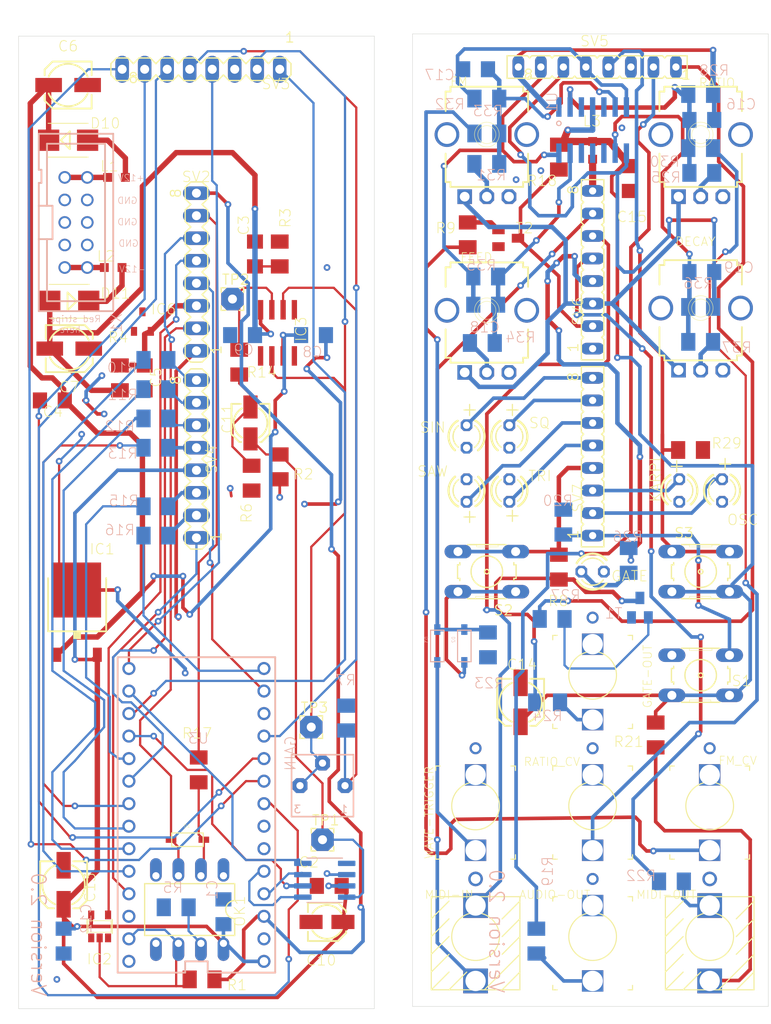
<source format=kicad_pcb>
(kicad_pcb (version 20211014) (generator pcbnew)
  (layers (0 "F.Cu" signal) (31 "B.Cu" signal) (34 "B.Paste" user) (35 "F.Paste" user) (36 "B.SilkS" user "B.Silkscreen") (37 "F.SilkS" user "F.Silkscreen") (38 "B.Mask" user) (39 "F.Mask" user) (44 "Edge.Cuts" user))
  (net 0 "")
  (net 1 "+5V")
  (net 2 "GND")
  (net 3 "+3.3V")
  (net 4 "MIDI_RX")
  (net 5 "WAVESHAPE")
  (net 6 "N$5")
  (net 7 "MIDI_RX4")
  (net 8 "MIDI_RX5")
  (net 9 "MIDI_TX")
  (net 10 "RATIO_POT")
  (net 11 "FMFEE_POT")
  (net 12 "DEC_POT")
  (net 13 "FM_POT")
  (net 14 "ENVELOPE")
  (net 15 "AUDIO")
  (net 16 "GATE")
  (net 17 "N$8")
  (net 18 "+12V")
  (net 19 "-12V")
  (net 20 "SIN_LED")
  (net 21 "SQ_LED")
  (net 22 "SAW_LED")
  (net 23 "TRI_LED")
  (net 24 "KARPL_LED")
  (net 25 "OSC_LED")
  (net 26 "N$12")
  (net 27 "N$14")
  (net 28 "N$15")
  (net 29 "N$19")
  (net 30 "N$22")
  (net 31 "MIDI_LEARN")
  (net 32 "L_CH")
  (net 33 "N$10")
  (net 34 "N$4")
  (net 35 "MCLK")
  (net 36 "LRCLK")
  (net 37 "SDATA")
  (net 38 "SCLK")
  (net 39 "N$1")
  (net 40 "N$11")
  (net 41 "N$46")
  (net 42 "N$47")
  (net 43 "N$49")
  (net 44 "N$50")
  (net 45 "-10V")
  (net 46 "N$6")
  (net 47 "N$7")
  (net 48 "WAVE_TRIG_F")
  (net 49 "+3.3V_F")
  (net 50 "WAVESH_BUT_F")
  (net 51 "GATE_F")
  (net 52 "B")
  (net 53 "AUDIO_F")
  (net 54 "ENVELOPE_F")
  (net 55 "MIDI_TX_F")
  (net 56 "DEC_POT_F")
  (net 57 "FM_POT_F")
  (net 58 "MIDI_RX4_F")
  (net 59 "MIDI_RX5_F")
  (net 60 "RATIO_POT_F")
  (net 61 "SIN_LED_F")
  (net 62 "SQ_LED_F")
  (net 63 "SAW_LED_F")
  (net 64 "TRI_LED_F")
  (net 65 "KARPL_LED_F")
  (net 66 "OSC_LED_F")
  (net 67 "N$2")
  (net 68 "MIDI_LEARN_F")
  (net 69 "+5V_F")
  (net 70 "N$9")
  (net 71 "+3.3V_F1")
  (net 72 "N$13")
  (net 73 "N$16")
  (net 74 "N$17")
  (net 75 "N$18")
  (net 76 "N$20")
  (net 77 "-10V_F")
  (net 78 "N$21")
  (net 79 "N$23")
  (net 80 "N$24")
  (net 81 "N$25")
  (net 82 "N$26")
  (net 83 "N$27")
  (net 84 "N$28")
  (net 85 "N$29")
  (net 86 "N$30")
  (net 87 "N$31")
  (net 88 "FEED_POT_F")
  (net 89 "GND1")
  (net 90 "GATE_LED_F")
  (net 91 "N$3")
  (net 92 "GATE_LED")
  (footprint "boards:LED3MM" (layer "F.Cu") (at 180.7551 101.5366 -90)
    (fp_text reference "KARPL")
    (fp_text value "3mm RED")
  )
  (footprint "boards:L2012C" (layer "F.Cu") (at 117.2551 66.2306)
    (fp_text reference "L1")
    (fp_text value "BLM21PG221SN1D")
  )
  (footprint "boards:M1206" (layer "F.Cu") (at 126.9071 156.6546)
    (fp_text reference "R1")
    (fp_text value "470")
  )
  (footprint "boards:FE08" (layer "F.Cu") (at 170.9761 97.7266 90)
    (fp_text reference "SV7")
    (fp_text value "")
  )
  (footprint "boards:LED3MM" (layer "F.Cu") (at 161.5781 95.4406 -90)
    (fp_text reference "SQ")
    (fp_text value "3mm RED")
  )
  (footprint "boards:SMB" (layer "F.Cu") (at 111.9211 80.2006 180)
    (fp_text reference "D11")
    (fp_text value "STPS1L30U")
  )
  (footprint "boards:WQP-PJ301M-12_JACK" (layer "F.Cu") (at 157.7681 137.0966 180)
    (fp_text reference "WAVE-TRIGGER")
    (fp_text value "THONKICONNNEW" hide)
  )
  (footprint "boards:C1206" (layer "F.Cu") (at 141.2581 146.1136 180)
    (fp_text reference "C2")
    (fp_text value "100n")
  )
  (footprint "boards:LED3MM" (layer "F.Cu") (at 170.9761 110.6806)
    (fp_text reference "GATE")
    (fp_text value "3mm RED")
  )
  (footprint "boards:WQP-PJ301M-12_JACK" (layer "F.Cu") (at 184.1841 137.0966 180)
    (fp_text reference "FM_CV")
    (fp_text value "THONKICONNNEW" hide)
  )
  (footprint "boards:153CLV-0505" (layer "F.Cu") (at 111.7941 55.8166 180)
    (fp_text reference "C6")
    (fp_text value "100µ")
  )
  (footprint "boards:C1206" (layer "F.Cu") (at 110.0161 91.3766 180)
    (fp_text reference "C4")
    (fp_text value "100n")
  )
  (footprint "boards:WQP-PJ301M-12_JACK" (layer "F.Cu") (at 170.9761 137.0966 180)
    (fp_text reference "RATIO_CV")
    (fp_text value "THONKICONNNEW" hide)
  )
  (footprint "boards:FE08" (layer "F.Cu") (at 170.9761 76.6446 90)
    (fp_text reference "SV6")
    (fp_text value "")
  )
  (footprint "" (layer "F.Cu") (at 156.4981 126.5556)
    (fp_text reference "@HOLE2" hide)
    (fp_text value "")
  )
  (footprint "boards:9MM_SNAP-IN_POT" (layer "F.Cu") (at 159.0381 81.2166)
    (fp_text reference "FEED")
    (fp_text value "50k Lin")
  )
  (footprint "boards:WQP-PJ366ST_JACK" (layer "F.Cu") (at 157.7681 151.8286 180)
    (fp_text reference "MIDI-IN")
    (fp_text value "THONKI-STEREO" hide)
  )
  (footprint "boards:LED3MM" (layer "F.Cu") (at 185.5811 101.5366 -90)
    (fp_text reference "OSC")
    (fp_text value "3mm RED")
  )
  (footprint "boards:SOD-123" (layer "F.Cu") (at 125.2561 140.9066 180)
    (fp_text reference "D1")
    (fp_text value "1n4148")
  )
  (footprint "boards:SOT23" (layer "F.Cu") (at 161.4511 73.0886 -90)
    (fp_text reference "T2")
    (fp_text value "BC847")
  )
  (footprint "boards:M1206" (layer "F.Cu") (at 156.8791 72.7076 90)
    (fp_text reference "R9")
    (fp_text value "1k")
  )
  (footprint "boards:2,54_1,0" (layer "F.Cu") (at 139.2261 128.2066)
    (fp_text reference "TP3")
    (fp_text value "")
  )
  (footprint "boards:153CLV-0405" (layer "F.Cu") (at 132.3681 93.9166 -90)
    (fp_text reference "C11")
    (fp_text value "3.3µ")
  )
  (footprint "boards:MA08-1" (layer "F.Cu") (at 126.2721 76.8986 90)
    (fp_text reference "SV2")
    (fp_text value "")
  )
  (footprint "boards:TO252" (layer "F.Cu") (at 112.8101 115.2526)
    (fp_text reference "IC1")
    (fp_text value "7805DT")
  )
  (footprint "boards:SO08" (layer "F.Cu") (at 135.4161 83.7566 180)
    (fp_text reference "IC3")
    (fp_text value "OPA134")
  )
  (footprint "" (layer "F.Cu") (at 139.4801 92.5196)
    (fp_text reference "@HOLE1" hide)
    (fp_text value "")
  )
  (footprint "boards:153CLV-0405" (layer "F.Cu") (at 141.0041 150.1776)
    (fp_text reference "C10")
    (fp_text value "3.3µ")
  )
  (footprint "boards:2,54_1,0" (layer "F.Cu") (at 130.3361 79.9466)
    (fp_text reference "TP2")
    (fp_text value "")
  )
  (footprint "boards:B3F-10XX" (layer "F.Cu") (at 183.1681 122.3646)
    (fp_text reference "S1")
    (fp_text value "")
  )
  (footprint "boards:WQP-PJ301M-12_JACK" (layer "F.Cu") (at 170.9761 122.3646 180)
    (fp_text reference "GATE-OUT")
    (fp_text value "THONKICONNNEW" hide)
  )
  (footprint "boards:M1206" (layer "F.Cu") (at 126.5261 133.0326 90)
    (fp_text reference "R17")
    (fp_text value "470")
  )
  (footprint "boards:WQP-PJ301M-12_JACK" (layer "F.Cu") (at 170.9761 151.8286 180)
    (fp_text reference "AUDIO-OUT")
    (fp_text value "THONKICONNNEW" hide)
  )
  (footprint "boards:C1206" (layer "F.Cu") (at 175.1671 66.3576 -90)
    (fp_text reference "C15")
    (fp_text value "100n")
  )
  (footprint "boards:M1206" (layer "F.Cu") (at 182.0251 96.9646 180)
    (fp_text reference "R29")
    (fp_text value "10k")
  )
  (footprint "boards:B3F-10XX" (layer "F.Cu") (at 183.1681 110.6806)
    (fp_text reference "S3")
    (fp_text value "")
  )
  (footprint "boards:B3F-10XX" (layer "F.Cu") (at 159.0381 110.6806 180)
    (fp_text reference "S2")
    (fp_text value "")
  )
  (footprint "boards:LED3MM" (layer "F.Cu") (at 161.5781 101.5366 90)
    (fp_text reference "TRI")
    (fp_text value "3mm RED")
  )
  (footprint "boards:M1206" (layer "F.Cu") (at 117.6361 88.8366 90)
    (fp_text reference "R4")
    (fp_text value "1k")
  )
  (footprint "boards:MA08-1" (layer "F.Cu") (at 126.7801 54.0386 180)
    (fp_text reference "SV3")
    (fp_text value "")
  )
  (footprint "boards:DIL08" (layer "F.Cu") (at 125.5101 148.7806 180)
    (fp_text reference "OK1")
    (fp_text value "6N138")
  )
  (footprint "boards:9MM_SNAP-IN_POT" (layer "F.Cu") (at 183.1681 61.4046)
    (fp_text reference "RATIO")
    (fp_text value "50k Lin")
  )
  (footprint "boards:M1206" (layer "F.Cu") (at 135.6701 98.8696 -90)
    (fp_text reference "R2")
    (fp_text value "267k")
  )
  (footprint "boards:2,54_1,0" (layer "F.Cu") (at 140.4961 140.9066)
    (fp_text reference "TP1")
    (fp_text value "")
  )
  (footprint "boards:M1206" (layer "F.Cu") (at 135.6701 74.8666 90)
    (fp_text reference "R3")
    (fp_text value "330k")
  )
  (footprint "boards:SMB" (layer "F.Cu") (at 111.7941 62.0396)
    (fp_text reference "D10")
    (fp_text value "STPS1L30U")
  )
  (footprint "boards:M1206" (layer "F.Cu") (at 167.1661 63.9446 90)
    (fp_text reference "R18")
    (fp_text value "10k")
  )
  (footprint "boards:WQP-PJ366ST_JACK" (layer "F.Cu") (at 184.1841 151.8286 180)
    (fp_text reference "MIDI-OUT")
    (fp_text value "THONKI-STEREO" hide)
  )
  (footprint "" (layer "F.Cu") (at 183.9301 92.2656)
    (fp_text reference "@HOLE3" hide)
    (fp_text value "")
  )
  (footprint "boards:L2012C" (layer "F.Cu") (at 170.9761 63.1826 90)
    (fp_text reference "L3")
    (fp_text value "BLM21PG221SN1D")
  )
  (footprint "boards:DBZ_R-PDSO-G3" (layer "F.Cu") (at 120.1761 82.4866)
    (fp_text reference "IC6")
    (fp_text value "LM4040B10")
  )
  (footprint "boards:C1206" (layer "F.Cu") (at 132.8761 74.8666 90)
    (fp_text reference "C3")
    (fp_text value "3.3n")
  )
  (footprint "boards:L2012C" (layer "F.Cu") (at 116.8741 76.3906)
    (fp_text reference "L2")
    (fp_text value "BLM21PG221SN1D")
  )
  (footprint "boards:9MM_SNAP-IN_POT" (layer "F.Cu") (at 159.0381 61.4046)
    (fp_text reference "FM")
    (fp_text value "50k Lin")
  )
  (footprint "boards:9MM_SNAP-IN_POT" (layer "F.Cu") (at 183.1681 80.9626)
    (fp_text reference "DECAY")
    (fp_text value "50k Lin")
  )
  (footprint "" (layer "F.Cu") (at 112.0481 126.8096)
    (fp_text reference "@HOLE0" hide)
    (fp_text value "")
  )
  (footprint "boards:153CLV-0505" (layer "F.Cu") (at 111.2861 145.9866 -90)
    (fp_text reference "C13")
    (fp_text value "100µ")
  )
  (footprint "boards:FE08" (layer "F.Cu") (at 171.4841 53.7846 180)
    (fp_text reference "SV5")
    (fp_text value "")
  )
  (footprint "boards:M1206" (layer "F.Cu") (at 178.0881 129.0956 -90)
    (fp_text reference "R21")
    (fp_text value "47")
  )
  (footprint "boards:M1206" (layer "F.Cu") (at 132.4951 100.1396 -90)
    (fp_text reference "R6")
    (fp_text value "10k")
  )
  (footprint "boards:M1206" (layer "F.Cu") (at 167.1661 110.1726 -90)
    (fp_text reference "R8")
    (fp_text value "10k")
  )
  (footprint "boards:M1206" (layer "F.Cu") (at 131.0981 87.0586 90)
    (fp_text reference "R14")
    (fp_text value "560")
  )
  (footprint "boards:C1206" (layer "F.Cu") (at 120.4301 88.8366 -90)
    (fp_text reference "C5")
    (fp_text value "100n")
  )
  (footprint "boards:LED3MM" (layer "F.Cu") (at 156.7521 101.5366 90)
    (fp_text reference "SAW")
    (fp_text value "3mm RED")
  )
  (footprint "boards:153CLV-0505" (layer "F.Cu") (at 111.9211 85.5346)
    (fp_text reference "C7")
    (fp_text value "100µ")
  )
  (footprint "boards:SOT23-5" (layer "F.Cu") (at 115.3501 150.6856)
    (fp_text reference "IC2")
    (fp_text value "74AUC1G17DBV")
  )
  (footprint "boards:LED3MM" (layer "F.Cu") (at 156.7521 95.4406 -90)
    (fp_text reference "SIN")
    (fp_text value "3mm RED")
  )
  (footprint "boards:153CLV-0505" (layer "F.Cu") (at 162.8481 125.4126 -90)
    (fp_text reference "C14")
    (fp_text value "100µ")
  )
  (footprint "boards:MA08-1" (layer "F.Cu") (at 126.2721 97.9806 90)
    (fp_text reference "SV4")
    (fp_text value "")
  )
  (footprint "boards:SOD-123" (layer "B.Cu") (at 153.4501 119.0626 -90)
    (fp_text reference "D3")
    (fp_text value "1n4148")
  )
  (footprint "boards:SOD-123" (layer "B.Cu") (at 156.4981 119.0626 -90)
    (fp_text reference "D2")
    (fp_text value "1n4148")
  )
  (footprint "boards:SOIC127P600X175-8N" (layer "B.Cu") (at 140.7501 145.4786)
    (fp_text reference "U4" hide)
    (fp_text value "CS4334" hide)
  )
  (footprint "boards:M1206" (layer "B.Cu") (at 158.5301 84.8996)
    (fp_text reference "R34")
    (fp_text value "200k")
  )
  (footprint "boards:M1206" (layer "B.Cu") (at 175.0401 109.4106 90)
    (fp_text reference "R26")
    (fp_text value "220")
  )
  (footprint "boards:PAK100_2500-10" (layer "B.Cu") (at 112.6831 71.3106 90)
    (fp_text reference "X1")
    (fp_text value "2510-")
  )
  (footprint "boards:M1206" (layer "B.Cu") (at 166.4041 116.0146)
    (fp_text reference "R27")
    (fp_text value "1k")
  )
  (footprint "boards:M1206" (layer "B.Cu") (at 121.7001 96.7106)
    (fp_text reference "R13")
    (fp_text value "220")
  )
  (footprint "boards:M1206" (layer "B.Cu") (at 121.7001 106.6166)
    (fp_text reference "R16")
    (fp_text value "220")
  )
  (footprint "boards:M1206" (layer "B.Cu") (at 121.7001 93.4086)
    (fp_text reference "R12")
    (fp_text value "220")
  )
  (footprint "boards:C1206" (layer "B.Cu") (at 183.2951 59.7536)
    (fp_text reference "C16")
    (fp_text value "1n")
  )
  (footprint "boards:C1206" (layer "B.Cu") (at 139.4801 84.0106)
    (fp_text reference "C8")
    (fp_text value "100n")
  )
  (footprint "boards:M1206" (layer "B.Cu") (at 183.1681 80.8356)
    (fp_text reference "R36")
    (fp_text value "66.5k")
  )
  (footprint "boards:C1206" (layer "B.Cu") (at 131.4791 84.0106)
    (fp_text reference "C9")
    (fp_text value "100n")
  )
  (footprint "boards:SOT23" (layer "B.Cu") (at 176.3101 114.7446 180)
    (fp_text reference "T1")
    (fp_text value "BC847")
  )
  (footprint "boards:C1206" (layer "B.Cu") (at 111.2861 152.3366 -90)
    (fp_text reference "C12")
    (fp_text value "100n")
  )
  (footprint "boards:M1206" (layer "B.Cu") (at 159.1651 118.9356 90)
    (fp_text reference "R23")
    (fp_text value "10k")
  )
  (footprint "boards:M1206" (layer "B.Cu") (at 121.7001 103.3146)
    (fp_text reference "R15")
    (fp_text value "220")
  )
  (footprint "boards:M1206" (layer "B.Cu") (at 143.1631 127.1906 90)
    (fp_text reference "R7")
    (fp_text value "1k")
  )
  (footprint "boards:M1206" (layer "B.Cu") (at 121.7001 86.8046)
    (fp_text reference "R10")
    (fp_text value "220")
  )
  (footprint "boards:TEENSY3.2_BAREBONES" (layer "B.Cu") (at 126.2721 139.3826)
    (fp_text reference "U3")
    (fp_text value "")
  )
  (footprint "boards:M1206" (layer "B.Cu") (at 183.1681 84.7726 180)
    (fp_text reference "R37")
    (fp_text value "200k")
  )
  (footprint "boards:C1206" (layer "B.Cu") (at 129.3201 149.0346 -90)
    (fp_text reference "C1")
    (fp_text value "100n")
  )
  (footprint "boards:BOURNS_3362P_TRIMMER" (layer "B.Cu") (at 140.4961 134.8106 180)
    (fp_text reference "GAIN")
    (fp_text value "10k")
  )
  (footprint "boards:M1206" (layer "B.Cu") (at 183.1681 62.9286 180)
    (fp_text reference "R30")
    (fp_text value "100k")
  )
  (footprint "boards:M1206" (layer "B.Cu") (at 164.6261 152.3366 -90)
    (fp_text reference "R19")
    (fp_text value "330")
  )
  (footprint "boards:M1206" (layer "B.Cu") (at 159.0381 64.7066)
    (fp_text reference "R31")
    (fp_text value "200k")
  )
  (footprint "boards:M1206" (layer "B.Cu") (at 165.8961 125.4126)
    (fp_text reference "R24")
    (fp_text value "1k")
  )
  (footprint "boards:C1206" (layer "B.Cu") (at 158.9111 80.5816 180)
    (fp_text reference "C18")
    (fp_text value "1n")
  )
  (footprint "boards:M1206" (layer "B.Cu") (at 167.6741 105.0926 90)
    (fp_text reference "R20")
    (fp_text value "10k")
  )
  (footprint "boards:M1206" (layer "B.Cu") (at 183.2951 65.7226 180)
    (fp_text reference "R25")
    (fp_text value "200k")
  )
  (footprint "boards:SO14" (layer "B.Cu") (at 170.9761 60.8966)
    (fp_text reference "U1")
    (fp_text value "MCP6004_SMD")
  )
  (footprint "boards:M1206" (layer "B.Cu") (at 159.0381 57.3406 180)
    (fp_text reference "R32")
    (fp_text value "66.5k")
  )
  (footprint "boards:M1206" (layer "B.Cu") (at 121.7001 90.1066)
    (fp_text reference "R11")
    (fp_text value "220")
  )
  (footprint "boards:C1206" (layer "B.Cu") (at 157.7681 54.0386 180)
    (fp_text reference "C17")
    (fp_text value "1n")
  )
  (footprint "boards:M1206" (layer "B.Cu") (at 179.8661 145.6056)
    (fp_text reference "R22")
    (fp_text value "47")
  )
  (footprint "boards:M1206" (layer "B.Cu") (at 123.9861 148.5266)
    (fp_text reference "R5")
    (fp_text value "1k")
  )
  (footprint "boards:M1206" (layer "B.Cu") (at 159.0381 61.2776)
    (fp_text reference "R33")
    (fp_text value "100k")
  )
  (footprint "boards:C1206" (layer "B.Cu") (at 183.2951 76.8986)
    (fp_text reference "C19")
    (fp_text value "1n")
  )
  (footprint "boards:M1206" (layer "B.Cu") (at 158.9111 77.4066 180)
    (fp_text reference "R35")
    (fp_text value "66.5k")
  )
  (footprint "boards:M1206" (layer "B.Cu") (at 183.1681 56.8326)
    (fp_text reference "R28")
    (fp_text value "66.5k")
  )
  (gr_line (start 150.6561 159.7026) (end 190.7961 159.7026) (layer "Edge.Cuts") (width 0.05))
  (gr_line (start 190.7961 50.0506) (end 150.6561 50.0506) (layer "Edge.Cuts") (width 0.05))
  (gr_line (start 146.3461 50.3046) (end 106.2061 50.3046) (layer "Edge.Cuts") (width 0.05))
  (gr_line (start 190.7961 159.7026) (end 190.7961 50.0506) (layer "Edge.Cuts") (width 0.05))
  (gr_line (start 106.2061 50.3046) (end 106.2061 159.9566) (layer "Edge.Cuts") (width 0.05))
  (gr_line (start 106.2061 159.9566) (end 146.3461 159.9566) (layer "Edge.Cuts") (width 0.05))
  (gr_line (start 150.6561 50.0506) (end 150.6561 159.7026) (layer "Edge.Cuts") (width 0.05))
  (gr_line (start 146.3461 159.9566) (end 146.3461 50.3046) (layer "Edge.Cuts") (width 0.05))
  (gr_text "Red stripe\n    here" (at 115.5406 83.8201) (layer "B.SilkS") (effects (font (size 0.747776 0.747776) (thickness 0.065024)) (justify left bottom mirror)))
  (gr_text "Version 2.0" (at 159.1651 158.3056 -90) (layer "B.SilkS") (effects (font (size 1.63576 1.63576) (thickness 0.14224)) (justify left bottom mirror)))
  (gr_text "GND" (at 119.6681 69.2786) (layer "B.SilkS") (effects (font (size 0.747776 0.747776) (thickness 0.065024)) (justify left bottom mirror)))
  (gr_text "Version 2.0" (at 107.4761 158.6866 -90) (layer "B.SilkS") (effects (font (size 1.63576 1.63576) (thickness 0.14224)) (justify left bottom mirror)))
  (gr_text "GND" (at 119.6681 71.6916) (layer "B.SilkS") (effects (font (size 0.747776 0.747776) (thickness 0.065024)) (justify left bottom mirror)))
  (gr_text "+12V" (at 117.3821 65.8496) (layer "B.SilkS") (effects (font (size 0.747776 0.747776) (thickness 0.065024)) (justify right top mirror)))
  (gr_text "GND" (at 119.7951 74.1046) (layer "B.SilkS") (effects (font (size 0.747776 0.747776) (thickness 0.065024)) (justify left bottom mirror)))
  (gr_text "-12V" (at 117.5091 76.1366) (layer "B.SilkS") (effects (font (size 0.747776 0.747776) (thickness 0.065024)) (justify right top mirror)))
  (gr_text "+" (at 160.8161 105.2196) (layer "F.SilkS") (effects (font (size 1.63576 1.63576) (thickness 0.14224)) (justify left bottom)))
  (gr_text "+" (at 179.3581 99.6316) (layer "F.SilkS") (effects (font (size 1.63576 1.63576) (thickness 0.14224)) (justify left bottom)))
  (gr_text "+" (at 184.8191 99.3776) (layer "F.SilkS") (effects (font (size 1.63576 1.63576) (thickness 0.14224)) (justify left bottom)))
  (gr_text "+" (at 155.9901 93.2816) (layer "F.SilkS") (effects (font (size 1.63576 1.63576) (thickness 0.14224)) (justify left bottom)))
  (gr_text "+" (at 160.8161 93.2816) (layer "F.SilkS") (effects (font (size 1.63576 1.63576) (thickness 0.14224)) (justify left bottom)))
  (gr_text "+" (at 155.9901 105.3466) (layer "F.SilkS") (effects (font (size 1.63576 1.63576) (thickness 0.14224)) (justify left bottom)))
  (segment (start 110.9051 148.5676) (end 111.1161 148.3566) (width 0.4064) (layer "F.Cu") (net 1))
  (segment (start 143.2041 146.6596) (end 142.6581 146.1136) (width 0.4064) (layer "F.Cu") (net 1))
  (segment (start 115.0901 120.0526) (end 115.0901 144.3826) (width 0.6096) (layer "F.Cu") (net 1))
  (segment (start 142.6581 146.1136) (end 141.1887 146.1136) (width 0.4064) (layer "F.Cu") (net 1))
  (segment (start 112.5561 120.5866) (end 114.5561 120.5866) (width 0.4064) (layer "F.Cu") (net 1))
  (segment (start 111.2861 148.1866) (end 111.2861 154.8766) (width 0.4064) (layer "F.Cu") (net 1))
  (segment (start 112.8101 150.6856) (end 112.3021 150.6856) (width 0.4064) (layer "F.Cu") (net 1))
  (segment (start 142.8041 150.1776) (end 143.2041 146.6596) (width 0.4064) (layer "F.Cu") (net 1))
  (segment (start 114.4001 149.3856) (end 114.4001 150.6856) (width 0.4064) (layer "F.Cu") (net 1))
  (segment (start 110.9051 149.2886) (end 110.9051 148.5676) (width 0.4064) (layer "F.Cu") (net 1))
  (segment (start 111.1161 148.3566) (end 111.2861 148.1866) (width 0.4064) (layer "F.Cu") (net 1))
  (segment (start 111.2861 154.8766) (end 115.0961 158.6866) (width 0.4064) (layer "F.Cu") (net 1))
  (segment (start 135.4161 158.6866) (end 143.2041 150.8986) (width 0.4064) (layer "F.Cu") (net 1))
  (segment (start 114.5561 120.5866) (end 115.0901 120.0526) (width 0.4064) (layer "F.Cu") (net 1))
  (segment (start 143.2041 150.8986) (end 142.8041 150.1776) (width 0.4064) (layer "F.Cu") (net 1))
  (segment (start 114.4001 150.6856) (end 112.8101 150.6856) (width 0.4064) (layer "F.Cu") (net 1))
  (segment (start 115.0961 158.6866) (end 135.4161 158.6866) (width 0.4064) (layer "F.Cu") (net 1))
  (segment (start 112.3021 150.6856) (end 110.9051 149.2886) (width 0.4064) (layer "F.Cu") (net 1))
  (segment (start 115.0901 144.3826) (end 111.1161 148.3566) (width 0.6096) (layer "F.Cu") (net 1))
  (segment (start 129.3201 152.5906) (end 127.4151 150.6856) (width 0.4064) (layer "F.Cu") (net 1))
  (segment (start 127.4151 150.6856) (end 114.4001 150.6856) (width 0.4064) (layer "F.Cu") (net 1))
  (via (at 141.1887 146.1136) (size 0.7564) (drill 0.35) (layers "F.Cu" "B.Cu") (net 1))
  (via (at 112.5561 120.5866) (size 0.7564) (drill 0.35) (layers "F.Cu" "B.Cu") (net 1))
  (via (at 112.8101 150.6856) (size 0.7564) (drill 0.35) (layers "F.Cu" "B.Cu") (net 1))
  (segment (start 111.2861 150.9366) (end 112.5591 150.9366) (width 0.4064) (layer "B.Cu") (net 1))
  (segment (start 129.3201 152.3366) (end 129.3201 152.5906) (width 0.4064) (layer "B.Cu") (net 1))
  (segment (start 133.8921 154.6226) (end 131.6061 154.6226) (width 0.4064) (layer "B.Cu") (net 1))
  (segment (start 126.2721 99.2506) (end 117.3821 99.2506) (width 0.4064) (layer "B.Cu") (net 1))
  (segment (start 129.3201 150.4346) (end 129.3201 152.3366) (width 0.4064) (layer "B.Cu") (net 1))
  (segment (start 131.6061 154.6226) (end 129.3201 152.3366) (width 0.4064) (layer "B.Cu") (net 1))
  (segment (start 112.5591 150.9366) (end 112.8101 150.6856) (width 0.4064) (layer "B.Cu") (net 1))
  (segment (start 112.5561 104.0766) (end 112.5561 120.5866) (width 0.4064) (layer "B.Cu") (net 1))
  (segment (start 141.1887 146.1136) (end 143.2251 146.1136) (width 0.4064) (layer "B.Cu") (net 1))
  (segment (start 117.3821 99.2506) (end 112.5561 104.0766) (width 0.4064) (layer "B.Cu") (net 1))
  (via (at 162.3401 66.4846) (size 0.7564) (drill 0.35) (layers "F.Cu" "B.Cu") (net 2))
  (via (at 174.2781 60.6426) (size 0.7564) (drill 0.35) (layers "F.Cu" "B.Cu") (net 2))
  (via (at 165.1341 65.4686) (size 0.7564) (drill 0.35) (layers "F.Cu" "B.Cu") (net 2))
  (segment (start 131.6061 154.8766) (end 131.6061 151.0666) (width 0.4064) (layer "F.Cu") (net 3))
  (segment (start 141.2581 134.0486) (end 142.2741 133.0326) (width 0.4064) (layer "F.Cu") (net 3))
  (segment (start 142.2741 133.0326) (end 142.2741 108.9026) (width 0.4064) (layer "F.Cu") (net 3))
  (segment (start 142.2741 108.9026) (end 141.5121 108.1406) (width 0.4064) (layer "F.Cu") (net 3))
  (segment (start 129.8281 156.6546) (end 131.6061 154.8766) (width 0.4064) (layer "F.Cu") (net 3))
  (segment (start 128.5581 68.0086) (end 126.2721 68.0086) (width 0.4064) (layer "F.Cu") (net 3))
  (segment (start 129.8281 69.2786) (end 128.5581 68.0086) (width 0.4064) (layer "F.Cu") (net 3))
  (segment (start 144.8141 148.5266) (end 144.8141 140.1446) (width 0.4064) (layer "F.Cu") (net 3))
  (segment (start 128.3071 156.6546) (end 129.8281 156.6546) (width 0.4064) (layer "F.Cu") (net 3))
  (segment (start 144.8141 140.1446) (end 141.2581 136.5886) (width 0.4064) (layer "F.Cu") (net 3))
  (segment (start 131.6061 151.0666) (end 133.1301 149.5426) (width 0.4064) (layer "F.Cu") (net 3))
  (segment (start 133.1301 149.5426) (end 133.8921 149.5426) (width 0.4064) (layer "F.Cu") (net 3))
  (segment (start 141.2581 136.5886) (end 141.2581 134.0486) (width 0.4064) (layer "F.Cu") (net 3))
  (via (at 144.8141 148.5266) (size 0.7564) (drill 0.35) (layers "F.Cu" "B.Cu") (net 3))
  (via (at 129.8281 69.2786) (size 0.7564) (drill 0.35) (layers "F.Cu" "B.Cu") (net 3))
  (via (at 141.5121 108.1406) (size 0.7564) (drill 0.35) (layers "F.Cu" "B.Cu") (net 3))
  (segment (start 133.8921 149.5426) (end 137.9561 153.6066) (width 0.4064) (layer "B.Cu") (net 3))
  (segment (start 141.5121 99.7586) (end 131.3521 89.5986) (width 0.4064) (layer "B.Cu") (net 3))
  (segment (start 145.0681 152.3366) (end 145.0681 148.7806) (width 0.4064) (layer "B.Cu") (net 3))
  (segment (start 132.1141 81.7246) (end 132.1141 78.1686) (width 0.4064) (layer "B.Cu") (net 3))
  (segment (start 143.7981 153.6066) (end 145.0681 152.3366) (width 0.4064) (layer "B.Cu") (net 3))
  (segment (start 129.8281 75.8826) (end 129.8281 69.2786) (width 0.4064) (layer "B.Cu") (net 3))
  (segment (start 132.1141 78.1686) (end 129.8281 75.8826) (width 0.4064) (layer "B.Cu") (net 3))
  (segment (start 141.5121 108.1406) (end 141.5121 99.7586) (width 0.4064) (layer "B.Cu") (net 3))
  (segment (start 131.3521 89.5986) (end 131.3521 82.4866) (width 0.4064) (layer "B.Cu") (net 3))
  (segment (start 131.3521 82.4866) (end 132.1141 81.7246) (width 0.4064) (layer "B.Cu") (net 3))
  (segment (start 137.9561 153.6066) (end 143.7981 153.6066) (width 0.4064) (layer "B.Cu") (net 3))
  (segment (start 145.0681 148.7806) (end 144.8141 148.5266) (width 0.4064) (layer "B.Cu") (net 3))
  (segment (start 125.2546 156.9071) (end 125.5071 156.6546) (width 0.4064) (layer "F.Cu") (net 4))
  (segment (start 123.9861 152.8446) (end 124.2401 152.5906) (width 0.4064) (layer "F.Cu") (net 4))
  (segment (start 123.9861 157.4166) (end 123.9861 153.8606) (width 0.254) (layer "F.Cu") (net 4))
  (segment (start 115.3501 156.4006) (end 115.3501 151.9756) (width 0.254) (layer "F.Cu") (net 4))
  (segment (start 123.9861 153.8606) (end 123.9861 152.8446) (width 0.4064) (layer "F.Cu") (net 4))
  (segment (start 116.3661 157.4166) (end 115.3501 156.4006) (width 0.254) (layer "F.Cu") (net 4))
  (segment (start 124.7451 157.4166) (end 125.2546 156.9071) (width 0.254) (layer "F.Cu") (net 4))
  (segment (start 123.9861 157.4166) (end 124.7451 157.4166) (width 0.254) (layer "F.Cu") (net 4))
  (segment (start 116.3661 157.4166) (end 123.9861 157.4166) (width 0.254) (layer "F.Cu") (net 4))
  (segment (start 119.6681 151.0666) (end 118.6521 152.0826) (width 0.254) (layer "B.Cu") (net 4))
  (segment (start 124.2371 152.5936) (end 124.2401 152.5906) (width 0.4064) (layer "B.Cu") (net 4))
  (segment (start 122.7161 151.0666) (end 119.6681 151.0666) (width 0.254) (layer "B.Cu") (net 4))
  (segment (start 124.2401 152.5906) (end 122.7161 151.0666) (width 0.254) (layer "B.Cu") (net 4))
  (segment (start 122.7161 84.2646) (end 123.9861 83.2486) (width 0.254) (layer "F.Cu") (net 5))
  (segment (start 122.7161 118.1736) (end 122.7161 84.2646) (width 0.254) (layer "F.Cu") (net 5))
  (segment (start 123.9861 83.2486) (end 126.2721 83.2486) (width 0.254) (layer "F.Cu") (net 5))
  (segment (start 121.4461 119.5706) (end 122.7161 118.1736) (width 0.254) (layer "F.Cu") (net 5))
  (via (at 121.4461 119.5706) (size 0.7564) (drill 0.35) (layers "F.Cu" "B.Cu") (net 5))
  (segment (start 118.6521 134.3026) (end 122.4621 130.4926) (width 0.254) (layer "B.Cu") (net 5))
  (segment (start 116.8741 124.3966) (end 116.8741 120.3326) (width 0.254) (layer "B.Cu") (net 5))
  (segment (start 122.4621 128.9686) (end 118.9061 125.4126) (width 0.254) (layer "B.Cu") (net 5))
  (segment (start 122.4621 130.4926) (end 122.4621 128.9686) (width 0.254) (layer "B.Cu") (net 5))
  (segment (start 116.8741 120.3326) (end 117.6361 119.5706) (width 0.254) (layer "B.Cu") (net 5))
  (segment (start 117.8901 125.4126) (end 116.8741 124.3966) (width 0.254) (layer "B.Cu") (net 5))
  (segment (start 117.6361 119.5706) (end 121.4461 119.5706) (width 0.254) (layer "B.Cu") (net 5))
  (segment (start 118.9061 125.4126) (end 117.8901 125.4126) (width 0.254) (layer "B.Cu") (net 5))
  (segment (start 125.3861 151.1966) (end 126.7801 152.5906) (width 0.254) (layer "B.Cu") (net 6))
  (segment (start 125.3861 148.5266) (end 125.3861 151.1966) (width 0.254) (layer "B.Cu") (net 6))
  (segment (start 128.5581 107.6326) (end 128.5581 71.5646) (width 0.254) (layer "F.Cu") (net 7))
  (segment (start 126.5261 131.6326) (end 126.5261 109.6646) (width 0.254) (layer "F.Cu") (net 7))
  (segment (start 128.5581 71.5646) (end 127.5421 70.5486) (width 0.254) (layer "F.Cu") (net 7))
  (segment (start 126.5261 109.6646) (end 128.5581 107.6326) (width 0.254) (layer "F.Cu") (net 7))
  (segment (start 127.5421 70.5486) (end 126.2721 70.5486) (width 0.254) (layer "F.Cu") (net 7))
  (segment (start 123.4061 140.9066) (end 123.4061 133.7226) (width 0.254) (layer "F.Cu") (net 8))
  (segment (start 123.4061 133.7226) (end 119.9221 130.2386) (width 0.254) (layer "F.Cu") (net 8))
  (segment (start 119.9221 127.4446) (end 123.370637 123.996063) (width 0.254) (layer "F.Cu") (net 8))
  (segment (start 123.4061 140.9066) (end 124.2401 141.7406) (width 0.254) (layer "F.Cu") (net 8))
  (segment (start 124.2401 141.7406) (end 124.2401 144.9706) (width 0.254) (layer "F.Cu") (net 8))
  (segment (start 119.9221 130.2386) (end 119.9221 127.4446) (width 0.254) (layer "F.Cu") (net 8))
  (segment (start 123.370637 84.626063) (end 123.4781 84.5186) (width 0.254) (layer "F.Cu") (net 8))
  (segment (start 123.370637 123.996063) (end 123.370637 84.626063) (width 0.254) (layer "F.Cu") (net 8))
  (via (at 123.4781 84.5186) (size 0.7564) (drill 0.35) (layers "F.Cu" "B.Cu") (net 8))
  (segment (start 122.7161 74.8666) (end 124.4941 73.0886) (width 0.254) (layer "B.Cu") (net 8))
  (segment (start 122.7161 82.9946) (end 122.7161 74.8666) (width 0.254) (layer "B.Cu") (net 8))
  (segment (start 124.4941 73.0886) (end 126.2721 73.0886) (width 0.254) (layer "B.Cu") (net 8))
  (segment (start 123.4781 84.5186) (end 122.7161 82.9946) (width 0.254) (layer "B.Cu") (net 8))
  (segment (start 116.3661 149.3196) (end 116.3661 119.3166) (width 0.254) (layer "F.Cu") (net 9))
  (segment (start 116.3661 119.3166) (end 122.2081 112.9666) (width 0.254) (layer "F.Cu") (net 9))
  (segment (start 116.3001 149.3856) (end 116.3661 149.3196) (width 0.4064) (layer "F.Cu") (net 9))
  (segment (start 122.2081 83.7566) (end 123.9861 82.2326) (width 0.254) (layer "F.Cu") (net 9))
  (segment (start 122.2081 112.9666) (end 122.2081 83.7566) (width 0.254) (layer "F.Cu") (net 9))
  (via (at 123.9861 82.2326) (size 0.7564) (drill 0.35) (layers "F.Cu" "B.Cu") (net 9))
  (segment (start 124.4941 75.6286) (end 126.2721 75.6286) (width 0.254) (layer "B.Cu") (net 9))
  (segment (start 123.9861 76.1366) (end 124.4941 75.6286) (width 0.254) (layer "B.Cu") (net 9))
  (segment (start 123.9861 82.2326) (end 123.9861 76.1366) (width 0.254) (layer "B.Cu") (net 9))
  (segment (start 107.6031 141.4146) (end 112.0481 141.4146) (width 0.254) (layer "F.Cu") (net 10))
  (segment (start 131.8601 134.3026) (end 133.8921 134.3026) (width 0.254) (layer "F.Cu") (net 10))
  (segment (start 112.0481 141.4146) (end 113.8261 143.1926) (width 0.254) (layer "F.Cu") (net 10))
  (segment (start 129.0661 137.0966) (end 131.8601 134.3026) (width 0.254) (layer "F.Cu") (net 10))
  (via (at 129.0661 137.0966) (size 0.7564) (drill 0.35) (layers "F.Cu" "B.Cu") (net 10))
  (via (at 113.8261 143.1926) (size 0.7564) (drill 0.35) (layers "F.Cu" "B.Cu") (net 10))
  (via (at 107.6031 141.4146) (size 0.7564) (drill 0.35) (layers "F.Cu" "B.Cu") (net 10))
  (segment (start 107.3491 60.7696) (end 107.6031 141.4146) (width 0.254) (layer "B.Cu") (net 10))
  (segment (start 117.8901 54.0386) (end 114.0801 54.0386) (width 0.254) (layer "B.Cu") (net 10))
  (segment (start 113.8261 143.1926) (end 119.7951 143.1926) (width 0.254) (layer "B.Cu") (net 10))
  (segment (start 119.7951 143.1926) (end 121.0651 141.9226) (width 0.254) (layer "B.Cu") (net 10))
  (segment (start 121.0651 141.9226) (end 124.2401 141.9226) (width 0.254) (layer "B.Cu") (net 10))
  (segment (start 124.2401 141.9226) (end 129.0661 137.0966) (width 0.254) (layer "B.Cu") (net 10))
  (segment (start 114.0801 54.0386) (end 107.3491 60.7696) (width 0.254) (layer "B.Cu") (net 10))
  (segment (start 108.4921 93.1546) (end 108.4921 136.5886) (width 0.254) (layer "F.Cu") (net 11))
  (segment (start 108.4921 136.5886) (end 112.0481 140.6526) (width 0.254) (layer "F.Cu") (net 11))
  (segment (start 112.0481 140.6526) (end 112.3021 140.6526) (width 0.4064) (layer "F.Cu") (net 11))
  (segment (start 132.6221 131.7626) (end 133.8921 131.7626) (width 0.254) (layer "F.Cu") (net 11))
  (segment (start 128.8121 135.5726) (end 132.6221 131.7626) (width 0.254) (layer "F.Cu") (net 11))
  (via (at 128.8121 135.5726) (size 0.7564) (drill 0.35) (layers "F.Cu" "B.Cu") (net 11))
  (via (at 112.3021 140.6526) (size 0.7564) (drill 0.35) (layers "F.Cu" "B.Cu") (net 11))
  (via (at 108.4921 93.1546) (size 0.7564) (drill 0.35) (layers "F.Cu" "B.Cu") (net 11))
  (segment (start 123.7321 140.6526) (end 128.8121 135.5726) (width 0.254) (layer "B.Cu") (net 11))
  (segment (start 120.4301 79.9466) (end 108.4921 92.3926) (width 0.254) (layer "B.Cu") (net 11))
  (segment (start 108.4921 92.3926) (end 108.4921 93.1546) (width 0.254) (layer "B.Cu") (net 11))
  (segment (start 120.4301 54.0386) (end 120.4301 79.9466) (width 0.254) (layer "B.Cu") (net 11))
  (segment (start 112.3021 140.6526) (end 123.7321 140.6526) (width 0.254) (layer "B.Cu") (net 11))
  (segment (start 134.1461 136.8426) (end 133.8921 136.8426) (width 0.254) (layer "F.Cu") (net 12))
  (segment (start 134.4001 136.5886) (end 134.1461 136.8426) (width 0.254) (layer "F.Cu") (net 12))
  (segment (start 136.6861 154.3686) (end 136.6861 148.7806) (width 0.254) (layer "F.Cu") (net 12))
  (segment (start 136.6861 148.7806) (end 137.7021 147.7646) (width 0.254) (layer "F.Cu") (net 12))
  (segment (start 137.7021 147.7646) (end 137.7021 139.8906) (width 0.254) (layer "F.Cu") (net 12))
  (segment (start 137.7021 139.8906) (end 134.4001 136.5886) (width 0.254) (layer "F.Cu") (net 12))
  (via (at 136.6861 154.3686) (size 0.7564) (drill 0.35) (layers "F.Cu" "B.Cu") (net 12))
  (segment (start 108.4921 157.1626) (end 109.5081 158.4326) (width 0.254) (layer "B.Cu") (net 12))
  (segment (start 122.9701 54.0386) (end 121.7001 55.3086) (width 0.254) (layer "B.Cu") (net 12))
  (segment (start 135.1621 158.4326) (end 136.6861 156.9086) (width 0.254) (layer "B.Cu") (net 12))
  (segment (start 108.4921 94.4246) (end 108.4921 157.1626) (width 0.254) (layer "B.Cu") (net 12))
  (segment (start 109.5081 158.4326) (end 135.1621 158.4326) (width 0.254) (layer "B.Cu") (net 12))
  (segment (start 136.6861 156.9086) (end 136.6861 154.3686) (width 0.254) (layer "B.Cu") (net 12))
  (segment (start 121.7001 79.9466) (end 108.4921 94.4246) (width 0.254) (layer "B.Cu") (net 12))
  (segment (start 121.7001 55.3086) (end 121.7001 79.9466) (width 0.254) (layer "B.Cu") (net 12))
  (segment (start 144.3061 58.3566) (end 144.3061 78.6766) (width 0.254) (layer "F.Cu") (net 13))
  (segment (start 137.9561 52.0066) (end 144.3061 58.3566) (width 0.254) (layer "F.Cu") (net 13))
  (segment (start 131.6061 52.0066) (end 137.9561 52.0066) (width 0.254) (layer "F.Cu") (net 13))
  (via (at 131.6061 52.0066) (size 0.7564) (drill 0.35) (layers "F.Cu" "B.Cu") (net 13))
  (via (at 144.3061 78.6766) (size 0.7564) (drill 0.35) (layers "F.Cu" "B.Cu") (net 13))
  (segment (start 144.3061 120.5866) (end 139.2261 125.6666) (width 0.254) (layer "B.Cu") (net 13))
  (segment (start 135.6701 129.2226) (end 133.8921 129.2226) (width 0.254) (layer "B.Cu") (net 13))
  (segment (start 136.6861 128.2066) (end 135.6701 129.2226) (width 0.254) (layer "B.Cu") (net 13))
  (segment (start 127.5421 52.0066) (end 131.6061 52.0066) (width 0.254) (layer "B.Cu") (net 13))
  (segment (start 144.3061 78.6766) (end 144.3061 120.5866) (width 0.254) (layer "B.Cu") (net 13))
  (segment (start 125.5101 54.0386) (end 127.5421 52.0066) (width 0.254) (layer "B.Cu") (net 13))
  (segment (start 139.2261 125.6666) (end 136.6861 128.2066) (width 0.254) (layer "B.Cu") (net 13))
  (segment (start 118.6521 119.5706) (end 118.6521 121.6026) (width 0.254) (layer "F.Cu") (net 14))
  (segment (start 121.9541 116.2686) (end 118.6521 119.5706) (width 0.254) (layer "F.Cu") (net 14))
  (via (at 121.9541 116.2686) (size 0.7564) (drill 0.35) (layers "F.Cu" "B.Cu") (net 14))
  (segment (start 128.0501 54.0386) (end 128.0501 66.6116) (width 0.254) (layer "B.Cu") (net 14))
  (segment (start 128.0501 66.6116) (end 128.5581 67.1196) (width 0.254) (layer "B.Cu") (net 14))
  (segment (start 128.8121 109.6646) (end 121.9541 116.2686) (width 0.254) (layer "B.Cu") (net 14))
  (segment (start 128.5581 67.1196) (end 128.8121 109.6646) (width 0.254) (layer "B.Cu") (net 14))
  (segment (start 121.8271 116.3956) (end 121.9541 116.2686) (width 0.4064) (layer "B.Cu") (net 14))
  (segment (start 139.2261 128.2066) (end 139.2261 107.8866) (width 0.254) (layer "F.Cu") (net 15))
  (segment (start 143.0361 90.1066) (end 141.7661 88.8366) (width 0.254) (layer "F.Cu") (net 15))
  (segment (start 135.4161 88.8366) (end 134.7811 88.2016) (width 0.254) (layer "F.Cu") (net 15))
  (segment (start 141.7661 88.8366) (end 135.4161 88.8366) (width 0.254) (layer "F.Cu") (net 15))
  (segment (start 139.2261 107.8866) (end 143.0361 104.0766) (width 0.254) (layer "F.Cu") (net 15))
  (segment (start 143.0361 90.1066) (end 143.0361 104.0766) (width 0.254) (layer "F.Cu") (net 15))
  (segment (start 134.7811 88.2016) (end 134.7811 86.3566) (width 0.4064) (layer "F.Cu") (net 15))
  (segment (start 143.0361 90.1066) (end 143.0361 82.4866) (width 0.254) (layer "F.Cu") (net 15))
  (via (at 143.0361 82.4866) (size 0.7564) (drill 0.35) (layers "F.Cu" "B.Cu") (net 15))
  (segment (start 132.8761 53.2766) (end 132.8761 54.5466) (width 0.4064) (layer "B.Cu") (net 15))
  (segment (start 134.1461 52.0066) (end 132.8761 53.2766) (width 0.254) (layer "B.Cu") (net 15))
  (segment (start 140.4961 132.2706) (end 139.2261 131.0006) (width 0.254) (layer "B.Cu") (net 15))
  (segment (start 137.9561 134.8106) (end 140.4961 132.2706) (width 0.254) (layer "B.Cu") (net 15))
  (segment (start 143.0361 82.4866) (end 143.0361 57.0866) (width 0.254) (layer "B.Cu") (net 15))
  (segment (start 133.1301 54.2926) (end 133.1301 54.0386) (width 0.4064) (layer "B.Cu") (net 15))
  (segment (start 143.0361 57.0866) (end 137.9561 52.0066) (width 0.254) (layer "B.Cu") (net 15))
  (segment (start 137.9561 52.0066) (end 134.1461 52.0066) (width 0.254) (layer "B.Cu") (net 15))
  (segment (start 132.8761 54.5466) (end 133.1301 54.2926) (width 0.4064) (layer "B.Cu") (net 15))
  (segment (start 139.2261 131.0006) (end 139.2261 128.2066) (width 0.254) (layer "B.Cu") (net 15))
  (segment (start 121.4461 124.3966) (end 119.1601 126.6826) (width 0.254) (layer "F.Cu") (net 16))
  (segment (start 119.1601 126.6826) (end 118.6521 126.6826) (width 0.254) (layer "F.Cu") (net 16))
  (via (at 121.4461 124.3966) (size 0.7564) (drill 0.35) (layers "F.Cu" "B.Cu") (net 16))
  (segment (start 143.0361 120.5866) (end 140.6231 122.9996) (width 0.254) (layer "B.Cu") (net 16))
  (segment (start 140.6231 122.9996) (end 122.8431 122.9996) (width 0.254) (layer "B.Cu") (net 16))
  (segment (start 122.8431 122.9996) (end 121.4461 124.3966) (width 0.254) (layer "B.Cu") (net 16))
  (segment (start 139.4801 86.9316) (end 143.0361 90.4876) (width 0.254) (layer "B.Cu") (net 16))
  (segment (start 143.0361 90.4876) (end 143.0361 120.5866) (width 0.254) (layer "B.Cu") (net 16))
  (segment (start 135.6701 54.0386) (end 139.4801 57.8486) (width 0.254) (layer "B.Cu") (net 16))
  (segment (start 139.4801 57.8486) (end 139.4801 86.9316) (width 0.254) (layer "B.Cu") (net 16))
  (segment (start 141.7661 78.6766) (end 144.3061 81.2166) (width 0.254) (layer "F.Cu") (net 17))
  (segment (start 136.0511 81.1566) (end 136.0511 79.3116) (width 0.254) (layer "F.Cu") (net 17))
  (segment (start 144.3061 133.5406) (end 143.0361 134.8106) (width 0.254) (layer "F.Cu") (net 17))
  (segment (start 144.3061 81.2166) (end 144.3061 133.5406) (width 0.254) (layer "F.Cu") (net 17))
  (segment (start 136.6861 78.6766) (end 141.7661 78.6766) (width 0.254) (layer "F.Cu") (net 17))
  (segment (start 136.0511 79.3116) (end 136.6861 78.6766) (width 0.254) (layer "F.Cu") (net 17))
  (segment (start 143.0361 128.7176) (end 143.1631 128.5906) (width 0.254) (layer "B.Cu") (net 17))
  (segment (start 143.0361 134.8106) (end 143.0361 128.7176) (width 0.254) (layer "B.Cu") (net 17))
  (segment (start 118.7791 95.0596) (end 120.1761 96.4566) (width 0.6096) (layer "F.Cu") (net 18))
  (segment (start 109.5941 55.8166) (end 107.5269 57.8838) (width 0.6096) (layer "F.Cu") (net 18))
  (segment (start 119.9221 113.2206) (end 121.4461 111.6966) (width 0.4064) (layer "F.Cu") (net 18))
  (segment (start 111.2861 91.3766) (end 111.4161 91.3766) (width 0.6096) (layer "F.Cu") (net 18))
  (segment (start 107.5269 57.8838) (end 107.5269 87.5158) (width 0.6096) (layer "F.Cu") (net 18))
  (segment (start 115.0991 95.0596) (end 118.7791 95.0596) (width 0.6096) (layer "F.Cu") (net 18))
  (segment (start 109.5941 62.0396) (end 109.5941 55.8166) (width 0.6096) (layer "F.Cu") (net 18))
  (segment (start 108.8477 88.8366) (end 110.0161 88.8366) (width 0.6096) (layer "F.Cu") (net 18))
  (segment (start 120.1761 96.4566) (end 120.1761 112.9666) (width 0.6096) (layer "F.Cu") (net 18))
  (segment (start 136.0511 84.0106) (end 136.0511 86.3566) (width 0.4064) (layer "F.Cu") (net 18))
  (segment (start 124.7481 114.7446) (end 125.5101 115.5066) (width 0.4064) (layer "F.Cu") (net 18))
  (segment (start 119.9221 113.2206) (end 115.0961 118.0466) (width 0.6096) (layer "F.Cu") (net 18))
  (segment (start 111.2861 90.1066) (end 111.2861 91.3766) (width 0.6096) (layer "F.Cu") (net 18))
  (segment (start 112.5361 118.0466) (end 110.5301 120.0526) (width 0.6096) (layer "F.Cu") (net 18))
  (segment (start 121.4461 111.6966) (end 121.4461 111.1886) (width 0.4064) (layer "F.Cu") (net 18))
  (segment (start 135.1621 94.9326) (end 135.1621 91.3766) (width 0.4064) (layer "F.Cu") (net 18))
  (segment (start 111.4161 91.3766) (end 115.0991 95.0596) (width 0.6096) (layer "F.Cu") (net 18))
  (segment (start 115.0961 118.0466) (end 112.5361 118.0466) (width 0.6096) (layer "F.Cu") (net 18))
  (segment (start 124.7481 111.1886) (end 124.7481 114.7446) (width 0.4064) (layer "F.Cu") (net 18))
  (segment (start 110.0161 88.8366) (end 111.2861 90.1066) (width 0.6096) (layer "F.Cu") (net 18))
  (segment (start 120.1761 112.9666) (end 119.9221 113.2206) (width 0.6096) (layer "F.Cu") (net 18))
  (segment (start 107.5269 87.5158) (end 108.8477 88.8366) (width 0.6096) (layer "F.Cu") (net 18))
  (segment (start 135.1621 91.3766) (end 136.1781 90.3606) (width 0.4064) (layer "F.Cu") (net 18))
  (via (at 125.5101 115.5066) (size 0.7564) (drill 0.35) (layers "F.Cu" "B.Cu") (net 18))
  (via (at 136.1781 90.3606) (size 0.7564) (drill 0.35) (layers "F.Cu" "B.Cu") (net 18))
  (via (at 124.7481 111.1886) (size 0.7564) (drill 0.35) (layers "F.Cu" "B.Cu") (net 18))
  (via (at 121.4461 111.1886) (size 0.7564) (drill 0.35) (layers "F.Cu" "B.Cu") (net 18))
  (via (at 135.1621 94.9326) (size 0.7564) (drill 0.35) (layers "F.Cu" "B.Cu") (net 18))
  (via (at 136.0511 84.0106) (size 0.7564) (drill 0.35) (layers "F.Cu" "B.Cu") (net 18))
  (segment (start 136.1781 84.1376) (end 136.0511 84.0106) (width 0.508) (layer "B.Cu") (net 18))
  (segment (start 136.1781 90.3606) (end 136.1781 84.1376) (width 0.4064) (layer "B.Cu") (net 18))
  (segment (start 138.0801 84.0106) (end 136.0511 84.0106) (width 0.4064) (layer "B.Cu") (net 18))
  (segment (start 134.6541 95.9486) (end 134.6541 95.4406) (width 0.4064) (layer "B.Cu") (net 18))
  (segment (start 125.5101 115.5066) (end 134.6541 105.8546) (width 0.4064) (layer "B.Cu") (net 18))
  (segment (start 134.6541 105.8546) (end 134.6541 95.9486) (width 0.4064) (layer "B.Cu") (net 18))
  (segment (start 134.6541 95.4406) (end 135.1621 94.9326) (width 0.4064) (layer "B.Cu") (net 18))
  (segment (start 121.4461 111.1886) (end 124.7481 111.1886) (width 0.4064) (layer "B.Cu") (net 18))
  (segment (start 109.7211 80.2006) (end 109.7211 83.7566) (width 0.6096) (layer "F.Cu") (net 19))
  (segment (start 109.7211 83.7566) (end 109.7211 85.5346) (width 0.6096) (layer "F.Cu") (net 19))
  (segment (start 109.7211 85.5346) (end 114.4231 90.2366) (width 0.6096) (layer "F.Cu") (net 19))
  (segment (start 132.8761 65.9766) (end 132.8761 69.7866) (width 0.6096) (layer "F.Cu") (net 19))
  (segment (start 115.0961 83.7566) (end 120.1761 78.6766) (width 0.6096) (layer "F.Cu") (net 19))
  (segment (start 123.9861 63.4366) (end 130.3361 63.4366) (width 0.6096) (layer "F.Cu") (net 19))
  (segment (start 130.3361 63.4366) (end 132.8761 65.9766) (width 0.6096) (layer "F.Cu") (net 19))
  (segment (start 134.6541 83.8836) (end 133.5111 82.7406) (width 0.4064) (layer "F.Cu") (net 19))
  (segment (start 120.1761 78.6766) (end 120.1761 67.2466) (width 0.6096) (layer "F.Cu") (net 19))
  (segment (start 120.1761 67.2466) (end 123.9861 63.4366) (width 0.6096) (layer "F.Cu") (net 19))
  (segment (start 109.7211 83.7566) (end 115.0961 83.7566) (width 0.6096) (layer "F.Cu") (net 19))
  (segment (start 114.4231 90.2366) (end 117.6361 90.2366) (width 0.6096) (layer "F.Cu") (net 19))
  (segment (start 133.5111 82.7406) (end 133.5111 81.1566) (width 0.4064) (layer "F.Cu") (net 19))
  (via (at 132.8761 69.7866) (size 0.7564) (drill 0.35) (layers "F.Cu" "B.Cu") (net 19))
  (via (at 134.6541 83.8836) (size 0.7564) (drill 0.35) (layers "F.Cu" "B.Cu") (net 19))
  (segment (start 133.0061 83.8836) (end 134.6541 83.8836) (width 0.4064) (layer "B.Cu") (net 19))
  (segment (start 132.8761 69.7866) (end 132.8791 69.7896) (width 0.6096) (layer "B.Cu") (net 19))
  (segment (start 132.8791 84.0106) (end 133.0061 83.8836) (width 0.4064) (layer "B.Cu") (net 19))
  (segment (start 132.8791 69.7896) (end 132.8791 84.0106) (width 0.6096) (layer "B.Cu") (net 19))
  (segment (start 123.1001 86.8046) (end 125.3861 89.0906) (width 0.254) (layer "B.Cu") (net 20))
  (segment (start 125.3861 89.0906) (end 126.2721 89.0906) (width 0.4064) (layer "B.Cu") (net 20))
  (segment (start 123.1001 90.1066) (end 124.6241 91.6306) (width 0.254) (layer "B.Cu") (net 21))
  (segment (start 124.6241 91.6306) (end 126.2721 91.6306) (width 0.254) (layer "B.Cu") (net 21))
  (segment (start 126.2721 94.1706) (end 123.8621 94.1706) (width 0.254) (layer "B.Cu") (net 22))
  (segment (start 123.8621 94.1706) (end 123.1001 93.4086) (width 0.4064) (layer "B.Cu") (net 22))
  (segment (start 126.2721 96.7106) (end 123.1001 96.7106) (width 0.4064) (layer "B.Cu") (net 23))
  (segment (start 126.2721 101.7906) (end 124.6241 101.7906) (width 0.4064) (layer "B.Cu") (net 24))
  (segment (start 124.6241 101.7906) (end 123.1001 103.3146) (width 0.4064) (layer "B.Cu") (net 24))
  (segment (start 126.2721 104.3306) (end 125.3861 104.3306) (width 0.4064) (layer "B.Cu") (net 25))
  (segment (start 125.3861 104.3306) (end 123.1001 106.6166) (width 0.4064) (layer "B.Cu") (net 25))
  (segment (start 120.3001 86.8046) (end 109.0001 98.3586) (width 0.254) (layer "B.Cu") (net 26))
  (segment (start 109.0001 142.1766) (end 111.0321 144.4626) (width 0.254) (layer "B.Cu") (net 26))
  (segment (start 109.0001 98.3586) (end 109.0001 142.1766) (width 0.254) (layer "B.Cu") (net 26))
  (segment (start 111.0321 144.4626) (end 118.6521 144.4626) (width 0.254) (layer "B.Cu") (net 26))
  (segment (start 120.3001 90.1066) (end 115.0961 95.3106) (width 0.254) (layer "B.Cu") (net 27))
  (segment (start 110.0161 121.8566) (end 114.8421 125.4126) (width 0.254) (layer "B.Cu") (net 27))
  (segment (start 110.0161 100.2666) (end 110.0161 121.8566) (width 0.254) (layer "B.Cu") (net 27))
  (segment (start 115.0961 95.3106) (end 110.0161 100.2666) (width 0.254) (layer "B.Cu") (net 27))
  (segment (start 110.0161 140.9066) (end 111.0321 141.9226) (width 0.254) (layer "B.Cu") (net 27))
  (segment (start 111.0321 141.9226) (end 118.6521 141.9226) (width 0.254) (layer "B.Cu") (net 27))
  (segment (start 114.8421 128.2066) (end 110.0161 133.2866) (width 0.254) (layer "B.Cu") (net 27))
  (segment (start 110.0161 133.2866) (end 110.0161 140.9066) (width 0.254) (layer "B.Cu") (net 27))
  (segment (start 114.8421 125.4126) (end 114.8421 128.2066) (width 0.254) (layer "B.Cu") (net 27))
  (segment (start 111.2861 121.8566) (end 115.8581 125.1586) (width 0.254) (layer "B.Cu") (net 28))
  (segment (start 119.4141 93.4086) (end 120.3001 93.4086) (width 0.4064) (layer "B.Cu") (net 28))
  (segment (start 111.2861 138.3666) (end 112.5561 139.6366) (width 0.254) (layer "B.Cu") (net 28))
  (segment (start 111.2861 133.2866) (end 111.2861 138.3666) (width 0.254) (layer "B.Cu") (net 28))
  (segment (start 115.8581 128.2066) (end 112.5561 132.0166) (width 0.254) (layer "B.Cu") (net 28))
  (segment (start 111.2861 101.5366) (end 111.2861 121.8566) (width 0.254) (layer "B.Cu") (net 28))
  (segment (start 118.3981 139.6366) (end 118.6521 139.3826) (width 0.4064) (layer "B.Cu") (net 28))
  (segment (start 112.5561 139.6366) (end 118.3981 139.6366) (width 0.254) (layer "B.Cu") (net 28))
  (segment (start 112.5561 132.0166) (end 111.2861 133.2866) (width 0.254) (layer "B.Cu") (net 28))
  (segment (start 115.8581 125.1586) (end 115.8581 128.2066) (width 0.254) (layer "B.Cu") (net 28))
  (segment (start 111.2861 101.5366) (end 119.4141 93.4086) (width 0.254) (layer "B.Cu") (net 28))
  (segment (start 111.2861 137.0966) (end 112.5561 137.0966) (width 0.254) (layer "F.Cu") (net 29))
  (segment (start 109.0001 134.5566) (end 111.2861 137.0966) (width 0.254) (layer "F.Cu") (net 29))
  (segment (start 110.9051 96.4566) (end 109.0001 98.3616) (width 0.254) (layer "F.Cu") (net 29))
  (segment (start 109.0001 98.3616) (end 109.0001 134.5566) (width 0.254) (layer "F.Cu") (net 29))
  (segment (start 117.6361 96.4566) (end 110.9051 96.4566) (width 0.254) (layer "F.Cu") (net 29))
  (via (at 112.5561 137.0966) (size 0.7564) (drill 0.35) (layers "F.Cu" "B.Cu") (net 29))
  (via (at 117.6361 96.4566) (size 0.7564) (drill 0.35) (layers "F.Cu" "B.Cu") (net 29))
  (segment (start 120.0461 96.4566) (end 117.6361 96.4566) (width 0.254) (layer "B.Cu") (net 29))
  (segment (start 118.3981 137.0966) (end 118.6521 136.8426) (width 0.254) (layer "B.Cu") (net 29))
  (segment (start 112.5561 137.0966) (end 118.3981 137.0966) (width 0.254) (layer "B.Cu") (net 29))
  (segment (start 120.3001 96.7106) (end 120.0461 96.4566) (width 0.4064) (layer "B.Cu") (net 29))
  (segment (start 113.8261 122.6186) (end 116.4931 124.7776) (width 0.254) (layer "B.Cu") (net 30))
  (segment (start 117.5091 131.7626) (end 118.6521 131.7626) (width 0.254) (layer "B.Cu") (net 30))
  (segment (start 113.8261 105.3466) (end 113.8261 122.6186) (width 0.254) (layer "B.Cu") (net 30))
  (segment (start 116.4931 124.7776) (end 116.4931 131.0006) (width 0.254) (layer "B.Cu") (net 30))
  (segment (start 115.7311 103.3146) (end 113.8261 105.3466) (width 0.254) (layer "B.Cu") (net 30))
  (segment (start 120.3001 103.3146) (end 115.7311 103.3146) (width 0.254) (layer "B.Cu") (net 30))
  (segment (start 116.4931 131.0006) (end 117.5091 131.7626) (width 0.254) (layer "B.Cu") (net 30))
  (segment (start 116.8741 145.2246) (end 116.8741 120.3326) (width 0.254) (layer "F.Cu") (net 31))
  (segment (start 116.8741 120.3326) (end 121.9541 115.2526) (width 0.254) (layer "F.Cu") (net 31))
  (segment (start 118.6521 147.0026) (end 116.8741 145.2246) (width 0.254) (layer "F.Cu") (net 31))
  (via (at 121.9541 115.2526) (size 0.7564) (drill 0.35) (layers "F.Cu" "B.Cu") (net 31))
  (segment (start 121.9541 115.2526) (end 126.2721 110.9346) (width 0.254) (layer "B.Cu") (net 31))
  (segment (start 126.2721 110.9346) (end 126.2721 106.8706) (width 0.254) (layer "B.Cu") (net 31))
  (segment (start 132.3681 95.7166) (end 134.1211 97.4696) (width 0.254) (layer "F.Cu") (net 32))
  (segment (start 137.4989 131.5594) (end 140.4961 134.5566) (width 0.254) (layer "F.Cu") (net 32))
  (segment (start 137.4989 99.2984) (end 137.4989 131.5594) (width 0.254) (layer "F.Cu") (net 32))
  (segment (start 134.1211 97.4696) (end 135.6701 97.4696) (width 0.254) (layer "F.Cu") (net 32))
  (segment (start 140.4961 134.5566) (end 140.4961 140.9066) (width 0.254) (layer "F.Cu") (net 32))
  (segment (start 135.6701 97.4696) (end 137.4989 99.2984) (width 0.254) (layer "F.Cu") (net 32))
  (segment (start 143.2251 147.3836) (end 144.5601 147.3836) (width 0.254) (layer "B.Cu") (net 32))
  (segment (start 144.5601 147.3836) (end 145.0681 146.8756) (width 0.254) (layer "B.Cu") (net 32))
  (segment (start 143.9251 140.9066) (end 140.4961 140.9066) (width 0.254) (layer "B.Cu") (net 32))
  (segment (start 145.0681 142.0496) (end 143.9251 140.9066) (width 0.254) (layer "B.Cu") (net 32))
  (segment (start 145.0681 146.8756) (end 145.0681 142.0496) (width 0.254) (layer "B.Cu") (net 32))
  (segment (start 120.3001 115.6306) (end 126.5261 121.8566) (width 0.254) (layer "B.Cu") (net 33))
  (segment (start 120.3001 106.6166) (end 120.3001 115.6306) (width 0.254) (layer "B.Cu") (net 33))
  (segment (start 126.5261 121.8566) (end 134.1461 121.8566) (width 0.254) (layer "B.Cu") (net 33))
  (segment (start 134.1461 121.8566) (end 133.8921 121.6026) (width 0.4064) (layer "B.Cu") (net 33))
  (segment (start 127.1061 140.9066) (end 127.1061 144.6446) (width 0.254) (layer "F.Cu") (net 34))
  (segment (start 126.5261 140.3266) (end 127.1061 140.9066) (width 0.254) (layer "F.Cu") (net 34))
  (segment (start 126.5261 134.4326) (end 126.5261 140.3266) (width 0.254) (layer "F.Cu") (net 34))
  (segment (start 127.1061 144.6446) (end 126.7801 144.9706) (width 0.4064) (layer "F.Cu") (net 34))
  (segment (start 137.7671 143.1926) (end 131.8601 143.1926) (width 0.254) (layer "B.Cu") (net 35))
  (segment (start 130.3361 135.8266) (end 118.6521 124.1426) (width 0.254) (layer "B.Cu") (net 35))
  (segment (start 130.3361 141.6686) (end 130.3361 135.8266) (width 0.254) (layer "B.Cu") (net 35))
  (segment (start 131.8601 143.1926) (end 130.3361 141.6686) (width 0.254) (layer "B.Cu") (net 35))
  (segment (start 138.2751 143.5736) (end 137.7671 143.1926) (width 0.4064) (layer "B.Cu") (net 35))
  (segment (start 134.4001 147.0026) (end 136.6861 144.7166) (width 0.254) (layer "B.Cu") (net 36))
  (segment (start 133.8921 147.0026) (end 134.4001 147.0026) (width 0.254) (layer "B.Cu") (net 36))
  (segment (start 136.6861 144.7166) (end 138.1481 144.7166) (width 0.254) (layer "B.Cu") (net 36))
  (segment (start 138.1481 144.7166) (end 138.2751 144.8436) (width 0.4064) (layer "B.Cu") (net 36))
  (segment (start 138.2751 147.3836) (end 135.7971 147.3836) (width 0.254) (layer "B.Cu") (net 37))
  (segment (start 135.7971 147.3836) (end 134.9081 148.2726) (width 0.254) (layer "B.Cu") (net 37))
  (segment (start 132.2411 147.7646) (end 132.2411 145.6056) (width 0.254) (layer "B.Cu") (net 37))
  (segment (start 132.2411 145.6056) (end 133.3841 144.4626) (width 0.254) (layer "B.Cu") (net 37))
  (segment (start 133.3841 144.4626) (end 133.8921 144.4626) (width 0.254) (layer "B.Cu") (net 37))
  (segment (start 134.9081 148.2726) (end 132.7491 148.2726) (width 0.254) (layer "B.Cu") (net 37))
  (segment (start 132.7491 148.2726) (end 132.2411 147.7646) (width 0.254) (layer "B.Cu") (net 37))
  (segment (start 136.4321 146.1136) (end 135.7971 145.4786) (width 0.254) (layer "F.Cu") (net 38))
  (segment (start 135.7971 145.4786) (end 135.7971 144.2086) (width 0.254) (layer "F.Cu") (net 38))
  (segment (start 135.7971 144.2086) (end 134.7811 143.1926) (width 0.254) (layer "F.Cu") (net 38))
  (segment (start 125.2561 133.0326) (end 121.4461 129.2226) (width 0.254) (layer "F.Cu") (net 38))
  (segment (start 131.8601 143.1926) (end 128.0501 139.1286) (width 0.254) (layer "F.Cu") (net 38))
  (segment (start 134.7811 143.1926) (end 131.8601 143.1926) (width 0.254) (layer "F.Cu") (net 38))
  (segment (start 128.0501 139.1286) (end 128.0501 133.5406) (width 0.254) (layer "F.Cu") (net 38))
  (segment (start 128.0501 133.5406) (end 127.5421 133.0326) (width 0.254) (layer "F.Cu") (net 38))
  (segment (start 127.5421 133.0326) (end 125.2561 133.0326) (width 0.254) (layer "F.Cu") (net 38))
  (via (at 136.4321 146.1136) (size 0.7564) (drill 0.35) (layers "F.Cu" "B.Cu") (net 38))
  (via (at 121.4461 129.2226) (size 0.7564) (drill 0.35) (layers "F.Cu" "B.Cu") (net 38))
  (segment (start 138.2751 146.1136) (end 136.4321 146.1136) (width 0.4064) (layer "B.Cu") (net 38))
  (segment (start 121.4461 129.2226) (end 118.6521 129.2226) (width 0.254) (layer "B.Cu") (net 38))
  (segment (start 131.0981 89.4746) (end 132.3681 90.7446) (width 0.254) (layer "F.Cu") (net 39))
  (segment (start 132.4951 98.7396) (end 130.3361 96.5806) (width 0.254) (layer "F.Cu") (net 39))
  (segment (start 130.3361 96.5806) (end 130.3361 94.1486) (width 0.254) (layer "F.Cu") (net 39))
  (segment (start 131.0981 88.4586) (end 131.0981 89.4746) (width 0.254) (layer "F.Cu") (net 39))
  (segment (start 132.3681 90.7446) (end 132.3681 92.1166) (width 0.254) (layer "F.Cu") (net 39))
  (segment (start 130.3361 94.1486) (end 132.3681 92.1166) (width 0.254) (layer "F.Cu") (net 39))
  (segment (start 131.6061 78.6766) (end 130.3361 79.9466) (width 0.254) (layer "F.Cu") (net 40))
  (segment (start 134.7811 79.3116) (end 134.1461 78.6766) (width 0.254) (layer "F.Cu") (net 40))
  (segment (start 131.0981 85.6586) (end 131.0981 80.7086) (width 0.254) (layer "F.Cu") (net 40))
  (segment (start 134.7811 81.1566) (end 134.7811 79.3116) (width 0.254) (layer "F.Cu") (net 40))
  (segment (start 135.6701 76.2666) (end 132.8761 76.2666) (width 0.254) (layer "F.Cu") (net 40))
  (segment (start 134.1461 78.6766) (end 132.8761 78.6766) (width 0.254) (layer "F.Cu") (net 40))
  (segment (start 132.8761 78.6766) (end 131.6061 78.6766) (width 0.254) (layer "F.Cu") (net 40))
  (segment (start 130.0821 80.2006) (end 130.3361 79.9466) (width 0.254) (layer "F.Cu") (net 40))
  (segment (start 132.8761 76.2666) (end 132.8761 78.6766) (width 0.254) (layer "F.Cu") (net 40))
  (segment (start 131.0981 80.7086) (end 130.0821 80.2006) (width 0.254) (layer "F.Cu") (net 40))
  (segment (start 111.4131 66.2306) (end 116.2551 66.2306) (width 0.6096) (layer "F.Cu") (net 41))
  (segment (start 113.9531 66.2306) (end 116.2551 66.2306) (width 0.4064) (layer "F.Cu") (net 41))
  (segment (start 113.9531 76.3906) (end 115.8741 76.3906) (width 0.6096) (layer "F.Cu") (net 42))
  (segment (start 111.4131 76.3906) (end 113.9531 76.3906) (width 0.6096) (layer "F.Cu") (net 42))
  (segment (start 118.2551 66.2306) (end 118.2551 64.0556) (width 0.6096) (layer "F.Cu") (net 43))
  (segment (start 116.2391 62.0396) (end 113.9941 62.0396) (width 0.6096) (layer "F.Cu") (net 43))
  (segment (start 118.2551 64.0556) (end 116.2391 62.0396) (width 0.6096) (layer "F.Cu") (net 43))
  (segment (start 117.8741 78.4386) (end 116.1121 80.2006) (width 0.6096) (layer "F.Cu") (net 44))
  (segment (start 117.8741 76.3906) (end 117.8741 78.4386) (width 0.6096) (layer "F.Cu") (net 44))
  (segment (start 116.1121 80.2006) (end 114.1211 80.2006) (width 0.6096) (layer "F.Cu") (net 44))
  (segment (start 120.4301 87.4366) (end 117.6361 87.4366) (width 0.6096) (layer "F.Cu") (net 45))
  (segment (start 121.1261 83.5866) (end 124.0041 80.7086) (width 0.6096) (layer "F.Cu") (net 45))
  (segment (start 124.0041 80.7086) (end 126.2721 80.7086) (width 0.6096) (layer "F.Cu") (net 45))
  (segment (start 121.1261 83.5866) (end 120.4301 83.9066) (width 0.6096) (layer "F.Cu") (net 45))
  (segment (start 120.4301 83.9066) (end 120.4301 87.4366) (width 0.6096) (layer "F.Cu") (net 45))
  (segment (start 181.1361 147.5106) (end 181.2661 147.3806) (width 0.4064) (layer "B.Cu") (net 46))
  (segment (start 184.1841 148.3286) (end 181.9541 148.3286) (width 0.4064) (layer "B.Cu") (net 46))
  (segment (start 181.2661 147.3806) (end 181.2661 145.6056) (width 0.4064) (layer "B.Cu") (net 46))
  (segment (start 181.9541 148.3286) (end 181.1361 147.5106) (width 0.4064) (layer "B.Cu") (net 46))
  (segment (start 184.2311 156.7816) (end 184.1841 156.8286) (width 0.4064) (layer "F.Cu") (net 47))
  (segment (start 188.7561 140.9066) (end 188.7561 155.5116) (width 0.4064) (layer "F.Cu") (net 47))
  (segment (start 178.0881 130.4956) (end 178.0881 138.8746) (width 0.4064) (layer "F.Cu") (net 47))
  (segment (start 187.4861 156.7816) (end 184.2311 156.7816) (width 0.4064) (layer "F.Cu") (net 47))
  (segment (start 179.1041 139.8906) (end 187.7401 139.8906) (width 0.4064) (layer "F.Cu") (net 47))
  (segment (start 178.0881 138.8746) (end 179.1041 139.8906) (width 0.4064) (layer "F.Cu") (net 47))
  (segment (start 187.7401 139.8906) (end 188.7561 140.9066) (width 0.4064) (layer "F.Cu") (net 47))
  (segment (start 188.7561 155.5116) (end 187.4861 156.7816) (width 0.4064) (layer "F.Cu") (net 47))
  (segment (start 162.5511 73.0886) (end 162.837571 73.353966) (width 0.508) (layer "F.Cu") (net 48))
  (segment (start 167.1661 65.3446) (end 162.837571 69.673129) (width 0.4064) (layer "F.Cu") (net 48))
  (segment (start 162.837571 69.673129) (end 162.837571 73.353966) (width 0.4064) (layer "F.Cu") (net 48))
  (segment (start 167.1661 77.3636) (end 167.1661 80.9626) (width 0.4064) (layer "F.Cu") (net 48))
  (segment (start 169.1981 82.9946) (end 170.9761 82.9946) (width 0.4064) (layer "F.Cu") (net 48))
  (segment (start 162.837571 73.353966) (end 167.1661 77.3636) (width 0.4064) (layer "F.Cu") (net 48))
  (segment (start 167.1661 80.9626) (end 169.1981 82.9946) (width 0.4064) (layer "F.Cu") (net 48))
  (segment (start 167.5281 62.1826) (end 167.1661 62.5446) (width 0.8128) (layer "F.Cu") (net 49))
  (segment (start 173.7701 86.5506) (end 173.7701 68.5166) (width 0.4064) (layer "F.Cu") (net 49))
  (segment (start 178.0881 127.6956) (end 178.0881 126.454) (width 0.4064) (layer "F.Cu") (net 49))
  (segment (start 174.767175 64.46806) (end 175.1671 64.9576) (width 0.8128) (layer "F.Cu") (net 49))
  (segment (start 165.8355 124.6252) (end 179.9169 124.6252) (width 0.4064) (layer "F.Cu") (net 49))
  (segment (start 162.8481 127.6126) (end 165.8355 124.6252) (width 0.4064) (layer "F.Cu") (net 49))
  (segment (start 170.9761 62.1826) (end 167.5281 62.1826) (width 0.8128) (layer "F.Cu") (net 49))
  (segment (start 173.1351 66.100135) (end 174.767175 64.46806) (width 0.4064) (layer "F.Cu") (net 49))
  (segment (start 170.9761 62.1826) (end 172.9001 62.1826) (width 0.8128) (layer "F.Cu") (net 49))
  (segment (start 173.7701 68.5166) (end 173.1351 67.8816) (width 0.4064) (layer "F.Cu") (net 49))
  (segment (start 173.1351 67.8816) (end 173.1351 66.100135) (width 0.4064) (layer "F.Cu") (net 49))
  (segment (start 172.9001 62.1826) (end 174.767175 64.46806) (width 0.8128) (layer "F.Cu") (net 49))
  (segment (start 167.6741 62.1666) (end 168.1821 60.8966) (width 0.8128) (layer "F.Cu") (net 49))
  (segment (start 178.0881 126.454) (end 179.9169 124.6252) (width 0.4064) (layer "F.Cu") (net 49))
  (segment (start 170.9761 62.1826) (end 167.6741 62.1666) (width 0.8128) (layer "F.Cu") (net 49))
  (via (at 168.1821 60.8966) (size 0.7564) (drill 0.35) (layers "F.Cu" "B.Cu") (net 49))
  (via (at 173.7701 86.5506) (size 0.7564) (drill 0.35) (layers "F.Cu" "B.Cu") (net 49))
  (segment (start 175.2941 86.5506) (end 173.7701 86.5506) (width 0.4064) (layer "B.Cu") (net 49))
  (segment (start 187.7147 112.9412) (end 188.7561 113.9826) (width 0.4064) (layer "B.Cu") (net 49))
  (segment (start 176.3101 87.5666) (end 175.2941 86.5506) (width 0.4064) (layer "B.Cu") (net 49))
  (segment (start 186.4193 124.6252) (end 179.9169 124.6252) (width 0.4064) (layer "B.Cu") (net 49))
  (segment (start 186.4193 124.6252) (end 187.0035 124.6252) (width 0.4064) (layer "B.Cu") (net 49))
  (segment (start 189.0101 98.7426) (end 179.8661 98.7426) (width 0.4064) (layer "B.Cu") (net 49))
  (segment (start 186.4193 112.9412) (end 186.2161 112.9412) (width 0.4064) (layer "B.Cu") (net 49))
  (segment (start 179.9169 112.9412) (end 185.9621 112.9412) (width 0.4064) (layer "B.Cu") (net 49))
  (segment (start 189.0101 109.8386) (end 186.7241 112.1246) (width 0.4064) (layer "B.Cu") (net 49))
  (segment (start 179.8661 98.7426) (end 176.3101 95.1866) (width 0.4064) (layer "B.Cu") (net 49))
  (segment (start 170.9761 60.8966) (end 170.9761 58.2966) (width 0.6096) (layer "B.Cu") (net 49))
  (segment (start 186.7241 112.6364) (end 186.4193 112.9412) (width 0.4064) (layer "B.Cu") (net 49))
  (segment (start 188.7561 113.9826) (end 188.7561 122.8726) (width 0.4064) (layer "B.Cu") (net 49))
  (segment (start 189.0101 98.7426) (end 189.0101 109.8386) (width 0.4064) (layer "B.Cu") (net 49))
  (segment (start 168.1821 60.8966) (end 170.9761 60.8966) (width 0.6096) (layer "B.Cu") (net 49))
  (segment (start 176.3101 95.1866) (end 176.3101 87.5666) (width 0.4064) (layer "B.Cu") (net 49))
  (segment (start 186.7241 112.1246) (end 186.7241 112.6364) (width 0.4064) (layer "B.Cu") (net 49))
  (segment (start 186.4193 112.9412) (end 187.7147 112.9412) (width 0.4064) (layer "B.Cu") (net 49))
  (segment (start 186.2161 112.9412) (end 185.9621 112.9412) (width 0.254) (layer "B.Cu") (net 49))
  (segment (start 187.0035 124.6252) (end 188.7561 122.8726) (width 0.4064) (layer "B.Cu") (net 49))
  (segment (start 187.9941 67.2466) (end 187.9941 75.8826) (width 0.4064) (layer "F.Cu") (net 51))
  (segment (start 180.3741 53.7846) (end 182.9141 53.7846) (width 0.4064) (layer "F.Cu") (net 51))
  (segment (start 185.2001 83.2486) (end 189.0101 87.0586) (width 0.4064) (layer "F.Cu") (net 51))
  (segment (start 189.0101 87.0586) (end 189.0101 114.9986) (width 0.4064) (layer "F.Cu") (net 51))
  (segment (start 182.9141 53.7846) (end 185.2001 56.0706) (width 0.4064) (layer "F.Cu") (net 51))
  (segment (start 174.2781 116.2686) (end 171.9921 113.9826) (width 0.4064) (layer "F.Cu") (net 51))
  (segment (start 187.9941 75.8826) (end 185.2001 78.6766) (width 0.4064) (layer "F.Cu") (net 51))
  (segment (start 185.2001 78.6766) (end 185.2001 83.2486) (width 0.4064) (layer "F.Cu") (net 51))
  (segment (start 189.0101 114.9986) (end 187.7401 116.2686) (width 0.4064) (layer "F.Cu") (net 51))
  (segment (start 171.9921 113.9826) (end 168.1821 113.9826) (width 0.4064) (layer "F.Cu") (net 51))
  (segment (start 185.2001 64.4526) (end 187.9941 67.2466) (width 0.4064) (layer "F.Cu") (net 51))
  (segment (start 187.7401 116.2686) (end 174.2781 116.2686) (width 0.4064) (layer "F.Cu") (net 51))
  (segment (start 185.2001 56.0706) (end 185.2001 64.4526) (width 0.4064) (layer "F.Cu") (net 51))
  (via (at 168.1821 113.9826) (size 0.7564) (drill 0.35) (layers "F.Cu" "B.Cu") (net 51))
  (segment (start 165.0041 114.6206) (end 165.0041 116.0146) (width 0.4064) (layer "B.Cu") (net 51))
  (segment (start 165.6421 113.9826) (end 165.0041 114.6206) (width 0.4064) (layer "B.Cu") (net 51))
  (segment (start 168.1821 113.9826) (end 165.6421 113.9826) (width 0.4064) (layer "B.Cu") (net 51))
  (segment (start 177.2601 117.7926) (end 177.2601 116.2686) (width 0.254) (layer "B.Cu") (net 52))
  (segment (start 167.8041 116.0146) (end 167.8041 121.2246) (width 0.254) (layer "B.Cu") (net 52))
  (segment (start 173.4501 121.6026) (end 177.2601 117.7926) (width 0.254) (layer "B.Cu") (net 52))
  (segment (start 177.2601 116.2686) (end 177.2601 115.8446) (width 0.508) (layer "B.Cu") (net 52))
  (segment (start 167.8041 121.2246) (end 168.1821 121.6026) (width 0.254) (layer "B.Cu") (net 52))
  (segment (start 168.1821 121.6026) (end 173.4501 121.6026) (width 0.254) (layer "B.Cu") (net 52))
  (segment (start 176.6911 60.2616) (end 176.0561 60.8966) (width 0.4064) (layer "F.Cu") (net 53))
  (segment (start 177.3261 63.4366) (end 176.0561 62.1666) (width 0.4064) (layer "F.Cu") (net 53))
  (segment (start 175.2941 106.3626) (end 172.7541 108.6486) (width 0.4064) (layer "F.Cu") (net 53))
  (segment (start 175.2941 74.1046) (end 177.3261 72.0726) (width 0.4064) (layer "F.Cu") (net 53))
  (segment (start 177.3261 72.0726) (end 177.3261 63.4366) (width 0.4064) (layer "F.Cu") (net 53))
  (segment (start 175.2941 106.3626) (end 175.2941 74.1046) (width 0.4064) (layer "F.Cu") (net 53))
  (segment (start 176.0561 60.8966) (end 176.0561 62.1666) (width 0.4064) (layer "F.Cu") (net 53))
  (segment (start 172.7541 108.6486) (end 169.7061 108.6486) (width 0.4064) (layer "F.Cu") (net 53))
  (via (at 176.6911 60.2616) (size 0.7564) (drill 0.35) (layers "F.Cu" "B.Cu") (net 53))
  (via (at 169.7061 108.6486) (size 0.7564) (drill 0.35) (layers "F.Cu" "B.Cu") (net 53))
  (segment (start 177.8341 59.1186) (end 176.6911 60.2616) (width 0.4064) (layer "B.Cu") (net 53))
  (segment (start 164.6261 146.2406) (end 164.6261 150.8126) (width 0.4064) (layer "B.Cu") (net 53))
  (segment (start 164.6261 150.9366) (end 164.6261 150.8126) (width 0.3048) (layer "B.Cu") (net 53))
  (segment (start 163.1021 115.2526) (end 163.1021 121.8566) (width 0.4064) (layer "B.Cu") (net 53))
  (segment (start 162.3401 122.6186) (end 162.3401 143.9546) (width 0.4064) (layer "B.Cu") (net 53))
  (segment (start 165.8961 112.4586) (end 163.1021 115.2526) (width 0.4064) (layer "B.Cu") (net 53))
  (segment (start 169.7061 108.6486) (end 165.8961 108.6486) (width 0.4064) (layer "B.Cu") (net 53))
  (segment (start 164.6261 150.8126) (end 164.6261 151.0666) (width 0.4064) (layer "B.Cu") (net 53))
  (segment (start 163.1021 121.8566) (end 162.3401 122.6186) (width 0.4064) (layer "B.Cu") (net 53))
  (segment (start 177.8341 53.7846) (end 177.8341 59.1186) (width 0.4064) (layer "B.Cu") (net 53))
  (segment (start 165.8961 108.6486) (end 165.8961 112.4586) (width 0.4064) (layer "B.Cu") (net 53))
  (segment (start 162.3401 143.9546) (end 164.6261 146.2406) (width 0.4064) (layer "B.Cu") (net 53))
  (segment (start 180.6251 96.9646) (end 178.8501 96.9646) (width 0.4064) (layer "F.Cu") (net 54))
  (segment (start 179.9169 108.0644) (end 179.9169 108.42) (width 0.4064) (layer "F.Cu") (net 54))
  (segment (start 179.9169 108.42) (end 186.4193 108.42) (width 0.4064) (layer "F.Cu") (net 54))
  (segment (start 178.8501 86.2966) (end 178.8501 96.9646) (width 0.4064) (layer "F.Cu") (net 54))
  (segment (start 176.3101 83.7566) (end 178.8501 86.2966) (width 0.4064) (layer "F.Cu") (net 54))
  (segment (start 178.8501 106.9976) (end 179.9169 108.0644) (width 0.4064) (layer "F.Cu") (net 54))
  (segment (start 178.8471 95.1866) (end 178.8501 96.9646) (width 0.4064) (layer "F.Cu") (net 54))
  (segment (start 178.8501 96.9646) (end 178.8501 106.9976) (width 0.4064) (layer "F.Cu") (net 54))
  (segment (start 176.3101 74.4856) (end 176.3101 83.7566) (width 0.4064) (layer "F.Cu") (net 54))
  (via (at 176.3101 74.4856) (size 0.7564) (drill 0.35) (layers "F.Cu" "B.Cu") (net 54))
  (segment (start 172.7541 53.7846) (end 174.5321 52.0066) (width 0.4064) (layer "B.Cu") (net 54))
  (segment (start 174.5321 52.0066) (end 176.3101 52.0066) (width 0.4064) (layer "B.Cu") (net 54))
  (segment (start 176.5641 55.8166) (end 175.9291 56.4516) (width 0.4064) (layer "B.Cu") (net 54))
  (segment (start 176.3101 52.0066) (end 176.5641 52.2606) (width 0.4064) (layer "B.Cu") (net 54))
  (segment (start 175.9291 56.4516) (end 175.9291 73.4696) (width 0.4064) (layer "B.Cu") (net 54))
  (segment (start 176.5641 52.2606) (end 176.5641 55.8166) (width 0.4064) (layer "B.Cu") (net 54))
  (segment (start 175.9291 73.4696) (end 176.3101 74.4856) (width 0.4064) (layer "B.Cu") (net 54))
  (segment (start 170.2141 75.3746) (end 170.9761 75.3746) (width 0.4064) (layer "F.Cu") (net 55))
  (segment (start 183.1681 128.7146) (end 183.1681 118.0466) (width 0.4064) (layer "F.Cu") (net 55))
  (segment (start 177.5801 108.3946) (end 177.5801 86.5506) (width 0.4064) (layer "F.Cu") (net 55))
  (segment (start 169.1981 81.7246) (end 169.1981 76.3906) (width 0.4064) (layer "F.Cu") (net 55))
  (segment (start 169.1981 76.3906) (end 170.2141 75.3746) (width 0.4064) (layer "F.Cu") (net 55))
  (segment (start 177.5801 86.5506) (end 176.5641 85.5346) (width 0.4064) (layer "F.Cu") (net 55))
  (segment (start 182.9141 128.9686) (end 183.1681 128.7146) (width 0.4064) (layer "F.Cu") (net 55))
  (via (at 182.9141 128.9686) (size 0.7564) (drill 0.35) (layers "F.Cu" "B.Cu") (net 55))
  (via (at 177.5801 108.3946) (size 0.7564) (drill 0.35) (layers "F.Cu" "B.Cu") (net 55))
  (via (at 169.1981 81.7246) (size 0.7564) (drill 0.35) (layers "F.Cu" "B.Cu") (net 55))
  (via (at 176.5641 85.5346) (size 0.7564) (drill 0.35) (layers "F.Cu" "B.Cu") (net 55))
  (via (at 183.1681 118.0466) (size 0.7564) (drill 0.35) (layers "F.Cu" "B.Cu") (net 55))
  (segment (start 175.5481 136.3346) (end 182.9141 128.9686) (width 0.4064) (layer "B.Cu") (net 55))
  (segment (start 176.5641 85.5346) (end 172.5001 81.7246) (width 0.4064) (layer "B.Cu") (net 55))
  (segment (start 178.4661 145.6056) (end 175.5481 142.6876) (width 0.4064) (layer "B.Cu") (net 55))
  (segment (start 182.1521 118.0466) (end 177.5801 113.4746) (width 0.4064) (layer "B.Cu") (net 55))
  (segment (start 177.5801 113.4746) (end 177.5801 108.3946) (width 0.4064) (layer "B.Cu") (net 55))
  (segment (start 175.5481 142.6876) (end 175.5481 136.3346) (width 0.4064) (layer "B.Cu") (net 55))
  (segment (start 183.1681 118.0466) (end 182.1521 118.0466) (width 0.4064) (layer "B.Cu") (net 55))
  (segment (start 172.5001 81.7246) (end 169.1981 81.7246) (width 0.4064) (layer "B.Cu") (net 55))
  (segment (start 161.6245 62.197244) (end 162.8481 63.420844) (width 0.4064) (layer "F.Cu") (net 56))
  (segment (start 161.6245 60.5962) (end 161.6245 62.197244) (width 0.4064) (layer "F.Cu") (net 56))
  (segment (start 162.8481 63.420844) (end 162.8481 63.668) (width 0.4064) (layer "F.Cu") (net 56))
  (segment (start 167.6741 54.5466) (end 161.6245 60.5962) (width 0.4064) (layer "F.Cu") (net 56))
  (segment (start 167.6741 53.7846) (end 167.6741 54.5466) (width 0.4064) (layer "F.Cu") (net 56))
  (segment (start 179.6121 71.0566) (end 184.6921 71.0566) (width 0.4064) (layer "F.Cu") (net 56))
  (via (at 162.8481 63.668) (size 0.7564) (drill 0.35) (layers "F.Cu" "B.Cu") (net 56))
  (via (at 184.6921 71.0566) (size 0.7564) (drill 0.35) (layers "F.Cu" "B.Cu") (net 56))
  (via (at 179.6121 71.0566) (size 0.7564) (drill 0.35) (layers "F.Cu" "B.Cu") (net 56))
  (segment (start 173.7701 65.7226) (end 174.0241 65.7226) (width 0.4064) (layer "B.Cu") (net 56))
  (segment (start 179.6121 72.8346) (end 179.6121 71.0566) (width 0.4064) (layer "B.Cu") (net 56))
  (segment (start 175.5481 76.8986) (end 179.6121 72.8346) (width 0.4064) (layer "B.Cu") (net 56))
  (segment (start 168.6901 67.5006) (end 170.4681 65.7226) (width 0.4064) (layer "B.Cu") (net 56))
  (segment (start 184.6951 80.7086) (end 184.5681 80.8356) (width 0.508) (layer "B.Cu") (net 56))
  (segment (start 164.8801 70.5486) (end 167.9281 70.5486) (width 0.4064) (layer "B.Cu") (net 56))
  (segment (start 184.6921 76.8956) (end 184.6951 76.8986) (width 0.4064) (layer "B.Cu") (net 56))
  (segment (start 162.8481 63.668) (end 163.8867 64.7066) (width 0.4064) (layer "B.Cu") (net 56))
  (segment (start 163.8867 64.7066) (end 163.8867 69.5552) (width 0.4064) (layer "B.Cu") (net 56))
  (segment (start 170.4681 65.7226) (end 173.7701 65.7226) (width 0.4064) (layer "B.Cu") (net 56))
  (segment (start 167.9281 70.5486) (end 168.6901 69.5326) (width 0.4064) (layer "B.Cu") (net 56))
  (segment (start 174.0241 65.7226) (end 174.7861 64.9606) (width 0.4064) (layer "B.Cu") (net 56))
  (segment (start 168.6901 69.5326) (end 168.6901 67.5006) (width 0.4064) (layer "B.Cu") (net 56))
  (segment (start 173.7701 76.1366) (end 174.5321 76.8986) (width 0.4064) (layer "B.Cu") (net 56))
  (segment (start 184.6951 76.8986) (end 184.6951 80.7086) (width 0.508) (layer "B.Cu") (net 56))
  (segment (start 163.8867 69.5552) (end 164.8801 70.5486) (width 0.4064) (layer "B.Cu") (net 56))
  (segment (start 174.7861 64.9606) (end 174.7861 63.4966) (width 0.4064) (layer "B.Cu") (net 56))
  (segment (start 174.5321 76.8986) (end 175.5481 76.8986) (width 0.4064) (layer "B.Cu") (net 56))
  (segment (start 173.7701 65.7226) (end 173.7701 76.1366) (width 0.4064) (layer "B.Cu") (net 56))
  (segment (start 184.6921 71.0566) (end 184.6921 76.8956) (width 0.4064) (layer "B.Cu") (net 56))
  (segment (start 171.9921 55.8166) (end 174.2781 55.8166) (width 0.4064) (layer "B.Cu") (net 57))
  (segment (start 157.6381 57.3406) (end 157.5141 57.3406) (width 0.508) (layer "B.Cu") (net 57))
  (segment (start 170.2141 53.7846) (end 170.2141 54.0386) (width 0.4064) (layer "B.Cu") (net 57))
  (segment (start 174.2781 55.8166) (end 174.7861 56.3246) (width 0.4064) (layer "B.Cu") (net 57))
  (segment (start 155.7361 52.5146) (end 156.4981 51.7526) (width 0.4064) (layer "B.Cu") (net 57))
  (segment (start 157.5141 57.3406) (end 155.7361 55.5626) (width 0.4064) (layer "B.Cu") (net 57))
  (segment (start 155.7361 54.6706) (end 155.7361 52.5146) (width 0.4064) (layer "B.Cu") (net 57))
  (segment (start 156.4981 51.7526) (end 168.4361 51.7526) (width 0.4064) (layer "B.Cu") (net 57))
  (segment (start 155.7361 55.5626) (end 155.7361 54.6706) (width 0.4064) (layer "B.Cu") (net 57))
  (segment (start 170.2141 53.7846) (end 170.2141 53.5306) (width 0.4064) (layer "B.Cu") (net 57))
  (segment (start 155.7361 54.6706) (end 156.3681 54.0386) (width 0.508) (layer "B.Cu") (net 57))
  (segment (start 174.7861 56.3246) (end 174.7861 58.2966) (width 0.4064) (layer "B.Cu") (net 57))
  (segment (start 170.2141 54.0386) (end 171.9921 55.8166) (width 0.4064) (layer "B.Cu") (net 57))
  (segment (start 170.2141 53.5306) (end 168.4361 51.7526) (width 0.4064) (layer "B.Cu") (net 57))
  (segment (start 153.4501 87.8206) (end 153.4501 140.9066) (width 0.4064) (layer "F.Cu") (net 58))
  (segment (start 170.9761 70.2946) (end 166.4041 74.8666) (width 0.4064) (layer "F.Cu") (net 58))
  (segment (start 162.8481 78.4226) (end 153.4501 87.8206) (width 0.4064) (layer "F.Cu") (net 58))
  (via (at 153.4501 140.9066) (size 0.7564) (drill 0.35) (layers "F.Cu" "B.Cu") (net 58))
  (via (at 166.4041 74.8666) (size 0.7564) (drill 0.35) (layers "F.Cu" "B.Cu") (net 58))
  (via (at 162.8481 78.4226) (size 0.7564) (drill 0.35) (layers "F.Cu" "B.Cu") (net 58))
  (segment (start 153.4501 152.5106) (end 157.7681 156.8286) (width 0.4064) (layer "B.Cu") (net 58))
  (segment (start 166.4041 74.8666) (end 162.8481 78.4226) (width 0.4064) (layer "B.Cu") (net 58))
  (segment (start 153.4501 140.9066) (end 153.4501 152.5106) (width 0.4064) (layer "B.Cu") (net 58))
  (segment (start 171.7381 72.8346) (end 170.9761 72.8346) (width 0.4064) (layer "F.Cu") (net 59))
  (segment (start 172.7541 73.8506) (end 171.7381 72.8346) (width 0.4064) (layer "F.Cu") (net 59))
  (segment (start 164.6261 87.3126) (end 172.2461 87.3126) (width 0.4064) (layer "F.Cu") (net 59))
  (segment (start 172.2461 87.3126) (end 172.7541 86.8046) (width 0.4064) (layer "F.Cu") (net 59))
  (segment (start 159.0381 92.9006) (end 164.6261 87.3126) (width 0.4064) (layer "F.Cu") (net 59))
  (segment (start 172.7541 86.8046) (end 172.7541 73.8506) (width 0.4064) (layer "F.Cu") (net 59))
  (segment (start 159.0381 114.9986) (end 159.0381 92.9006) (width 0.4064) (layer "F.Cu") (net 59))
  (via (at 159.0381 114.9986) (size 0.7564) (drill 0.35) (layers "F.Cu" "B.Cu") (net 59))
  (segment (start 158.7841 114.9986) (end 159.0381 114.9986) (width 0.4064) (layer "B.Cu") (net 59))
  (segment (start 157.7681 148.3286) (end 160.5621 145.5346) (width 0.4064) (layer "B.Cu") (net 59))
  (segment (start 160.0541 114.9986) (end 159.0381 114.9986) (width 0.4064) (layer "B.Cu") (net 59))
  (segment (start 160.5621 145.5346) (end 160.5621 122.3646) (width 0.4064) (layer "B.Cu") (net 59))
  (segment (start 160.5621 122.3646) (end 161.5781 121.3486) (width 0.4064) (layer "B.Cu") (net 59))
  (segment (start 161.5781 116.5226) (end 160.0541 114.9986) (width 0.4064) (layer "B.Cu") (net 59))
  (segment (start 161.5781 121.3486) (end 161.5781 116.5226) (width 0.4064) (layer "B.Cu") (net 59))
  (segment (start 162.5941 53.7846) (end 162.5941 52.5146) (width 0.4064) (layer "F.Cu") (net 60))
  (segment (start 162.5941 52.5146) (end 163.4831 51.8796) (width 0.4064) (layer "F.Cu") (net 60))
  (segment (start 163.4831 51.8796) (end 184.5651 51.8796) (width 0.4064) (layer "F.Cu") (net 60))
  (via (at 184.5651 51.8796) (size 0.7564) (drill 0.35) (layers "F.Cu" "B.Cu") (net 60))
  (segment (start 162.5941 54.8006) (end 162.5941 53.7846) (width 0.6096) (layer "B.Cu") (net 60))
  (segment (start 184.6951 56.9596) (end 184.5651 56.8296) (width 0.508) (layer "B.Cu") (net 60))
  (segment (start 167.1661 58.2966) (end 165.8361 58.2966) (width 0.6096) (layer "B.Cu") (net 60))
  (segment (start 184.5651 51.8796) (end 184.5651 56.8296) (width 0.6096) (layer "B.Cu") (net 60))
  (segment (start 165.8361 58.2966) (end 162.5941 54.8006) (width 0.6096) (layer "B.Cu") (net 60))
  (segment (start 184.6951 59.7536) (end 184.6951 56.9596) (width 0.508) (layer "B.Cu") (net 60))
  (segment (start 184.5651 56.8296) (end 184.5681 56.8326) (width 0.6096) (layer "B.Cu") (net 60))
  (segment (start 165.5151 88.8366) (end 170.9761 88.8366) (width 0.4064) (layer "B.Cu") (net 61))
  (segment (start 159.8001 91.1226) (end 163.2291 91.1226) (width 0.4064) (layer "B.Cu") (net 61))
  (segment (start 156.7521 94.1706) (end 159.8001 91.1226) (width 0.4064) (layer "B.Cu") (net 61))
  (segment (start 163.2291 91.1226) (end 165.5151 88.8366) (width 0.4064) (layer "B.Cu") (net 61))
  (segment (start 164.3721 91.3766) (end 170.9761 91.3766) (width 0.4064) (layer "B.Cu") (net 62))
  (segment (start 161.5781 94.1706) (end 164.3721 91.3766) (width 0.4064) (layer "B.Cu") (net 62))
  (segment (start 162.7211 98.7426) (end 167.5471 93.9166) (width 0.4064) (layer "B.Cu") (net 63))
  (segment (start 167.5471 93.9166) (end 170.9761 93.9166) (width 0.4064) (layer "B.Cu") (net 63))
  (segment (start 156.7521 102.8066) (end 160.8161 98.7426) (width 0.4064) (layer "B.Cu") (net 63))
  (segment (start 160.8161 98.7426) (end 162.7211 98.7426) (width 0.4064) (layer "B.Cu") (net 63))
  (segment (start 161.5781 102.8066) (end 167.9281 96.4566) (width 0.4064) (layer "B.Cu") (net 64))
  (segment (start 167.9281 96.4566) (end 170.9761 96.4566) (width 0.4064) (layer "B.Cu") (net 64))
  (segment (start 179.4851 101.5366) (end 170.9761 101.5366) (width 0.4064) (layer "B.Cu") (net 65))
  (segment (start 180.7551 100.2666) (end 179.4851 101.5366) (width 0.4064) (layer "B.Cu") (net 65))
  (segment (start 182.1521 104.0766) (end 170.9761 104.0766) (width 0.4064) (layer "B.Cu") (net 66))
  (segment (start 183.6761 101.2826) (end 183.6761 102.5526) (width 0.4064) (layer "B.Cu") (net 66))
  (segment (start 183.6761 102.5526) (end 182.1521 104.0766) (width 0.4064) (layer "B.Cu") (net 66))
  (segment (start 184.6921 100.2666) (end 183.6761 101.2826) (width 0.4064) (layer "B.Cu") (net 66))
  (segment (start 185.5811 100.2666) (end 184.6921 100.2666) (width 0.4064) (layer "B.Cu") (net 66))
  (segment (start 165.5121 154.2386) (end 164.6261 153.7366) (width 0.508) (layer "B.Cu") (net 67))
  (segment (start 167.7181 156.8286) (end 170.9761 156.8286) (width 0.4064) (layer "B.Cu") (net 67))
  (segment (start 164.6261 153.7366) (end 167.7181 156.8286) (width 0.4064) (layer "B.Cu") (net 67))
  (segment (start 182.9141 109.4106) (end 182.9141 114.4906) (width 0.4064) (layer "F.Cu") (net 68))
  (via (at 182.9141 114.4906) (size 0.7564) (drill 0.35) (layers "F.Cu" "B.Cu") (net 68))
  (via (at 182.9141 109.4106) (size 0.7564) (drill 0.35) (layers "F.Cu" "B.Cu") (net 68))
  (segment (start 170.9761 106.6166) (end 167.7981 106.6166) (width 0.4064) (layer "B.Cu") (net 68))
  (segment (start 182.9141 107.6326) (end 182.9141 109.4106) (width 0.4064) (layer "B.Cu") (net 68))
  (segment (start 170.9761 106.6166) (end 182.1521 106.6166) (width 0.4064) (layer "B.Cu") (net 68))
  (segment (start 186.4193 116.0654) (end 186.4193 120.104) (width 0.4064) (layer "B.Cu") (net 68))
  (segment (start 167.7981 106.6166) (end 167.6741 106.4926) (width 0.4064) (layer "B.Cu") (net 68))
  (segment (start 182.1521 106.6166) (end 182.9141 107.6326) (width 0.4064) (layer "B.Cu") (net 68))
  (segment (start 182.9141 114.4906) (end 186.4193 116.0654) (width 0.4064) (layer "B.Cu") (net 68))
  (segment (start 167.1661 100.0126) (end 168.1821 98.9966) (width 0.508) (layer "F.Cu") (net 69))
  (segment (start 168.1821 98.9966) (end 170.9761 98.9966) (width 0.508) (layer "F.Cu") (net 69))
  (segment (start 162.2893 108.42) (end 166.8135 108.42) (width 0.4064) (layer "F.Cu") (net 69))
  (segment (start 166.8135 108.42) (end 167.1661 108.7726) (width 0.4064) (layer "F.Cu") (net 69))
  (segment (start 167.1661 108.7726) (end 167.1661 100.0126) (width 0.508) (layer "F.Cu") (net 69))
  (segment (start 155.7869 108.42) (end 162.2893 108.42) (width 0.4064) (layer "B.Cu") (net 69))
  (segment (start 170.2081 112.9666) (end 173.2621 112.9666) (width 0.508) (layer "F.Cu") (net 70))
  (segment (start 173.2621 112.9666) (end 174.2781 113.9826) (width 0.508) (layer "F.Cu") (net 70))
  (segment (start 160.0541 114.7446) (end 160.0541 111.9506) (width 0.4064) (layer "F.Cu") (net 70))
  (segment (start 167.5441 111.4426) (end 167.6741 111.5726) (width 0.4064) (layer "F.Cu") (net 70))
  (segment (start 160.5621 111.4426) (end 167.5441 111.4426) (width 0.4064) (layer "F.Cu") (net 70))
  (segment (start 160.8161 115.5066) (end 160.0541 114.7446) (width 0.4064) (layer "F.Cu") (net 70))
  (segment (start 167.1661 111.5726) (end 167.6741 111.5726) (width 0.508) (layer "F.Cu") (net 70))
  (segment (start 167.6741 111.5726) (end 168.8141 111.5726) (width 0.508) (layer "F.Cu") (net 70))
  (segment (start 160.0541 111.9506) (end 160.5621 111.4426) (width 0.4064) (layer "F.Cu") (net 70))
  (segment (start 163.6101 115.5066) (end 160.8161 115.5066) (width 0.4064) (layer "F.Cu") (net 70))
  (segment (start 164.3721 116.2686) (end 163.6101 115.5066) (width 0.4064) (layer "F.Cu") (net 70))
  (segment (start 168.8141 111.5726) (end 170.2081 112.9666) (width 0.508) (layer "F.Cu") (net 70))
  (segment (start 164.3721 118.5546) (end 164.3721 116.2686) (width 0.4064) (layer "F.Cu") (net 70))
  (via (at 164.3721 118.5546) (size 0.7564) (drill 0.35) (layers "F.Cu" "B.Cu") (net 70))
  (via (at 174.2781 113.9826) (size 0.7564) (drill 0.35) (layers "F.Cu" "B.Cu") (net 70))
  (segment (start 174.2781 113.9826) (end 175.9721 113.9826) (width 0.508) (layer "B.Cu") (net 70))
  (segment (start 175.9721 113.9826) (end 176.3101 113.6446) (width 0.508) (layer "B.Cu") (net 70))
  (segment (start 164.4961 118.6786) (end 164.3721 118.5546) (width 0.4064) (layer "B.Cu") (net 70))
  (segment (start 164.4961 125.4126) (end 164.4961 118.6786) (width 0.4064) (layer "B.Cu") (net 70))
  (segment (start 170.9761 67.7546) (end 170.9761 64.1826) (width 0.8128) (layer "F.Cu") (net 71))
  (segment (start 160.3511 72.1386) (end 159.5201 71.3076) (width 0.508) (layer "F.Cu") (net 72))
  (segment (start 159.5201 71.3076) (end 156.8791 71.3076) (width 0.508) (layer "F.Cu") (net 72))
  (segment (start 154.4661 120.5866) (end 156.2441 122.3646) (width 0.4064) (layer "F.Cu") (net 73))
  (segment (start 155.2535 112.9412) (end 155.7869 112.9412) (width 0.4064) (layer "F.Cu") (net 73))
  (segment (start 154.4661 113.7286) (end 154.4661 120.5866) (width 0.4064) (layer "F.Cu") (net 73))
  (segment (start 154.4661 113.7286) (end 155.2535 112.9412) (width 0.4064) (layer "F.Cu") (net 73))
  (via (at 156.2441 122.3646) (size 0.7564) (drill 0.35) (layers "F.Cu" "B.Cu") (net 73))
  (segment (start 156.4981 122.1106) (end 156.2441 122.3646) (width 0.4064) (layer "B.Cu") (net 73))
  (segment (start 162.2893 112.9412) (end 155.7869 112.9412) (width 0.4064) (layer "B.Cu") (net 73))
  (segment (start 156.4981 120.9126) (end 156.4981 122.1106) (width 0.4064) (layer "B.Cu") (net 73))
  (segment (start 153.4501 137.7786) (end 153.4501 120.9126) (width 0.4064) (layer "B.Cu") (net 74))
  (segment (start 157.7681 142.0966) (end 153.4501 137.7786) (width 0.4064) (layer "B.Cu") (net 74))
  (segment (start 153.4501 84.5186) (end 152.1801 83.2486) (width 0.4064) (layer "F.Cu") (net 75))
  (segment (start 154.4691 74.1076) (end 156.8791 74.1076) (width 0.4064) (layer "F.Cu") (net 75))
  (segment (start 152.1801 76.3906) (end 154.4661 74.1046) (width 0.4064) (layer "F.Cu") (net 75))
  (segment (start 154.4661 74.1046) (end 154.4691 74.1076) (width 0.4064) (layer "F.Cu") (net 75))
  (segment (start 152.1801 83.2486) (end 152.1801 76.3906) (width 0.4064) (layer "F.Cu") (net 75))
  (via (at 153.4501 84.5186) (size 0.7564) (drill 0.35) (layers "F.Cu" "B.Cu") (net 75))
  (segment (start 156.4981 117.2126) (end 153.4501 117.2126) (width 0.4064) (layer "B.Cu") (net 75))
  (segment (start 156.4981 117.2126) (end 158.8421 117.2126) (width 0.4064) (layer "B.Cu") (net 75))
  (segment (start 158.8421 117.2126) (end 159.1651 117.5356) (width 0.4064) (layer "B.Cu") (net 75))
  (segment (start 158.8651 117.2356) (end 159.1651 117.5356) (width 0.508) (layer "B.Cu") (net 75))
  (segment (start 153.4501 117.2126) (end 153.4501 84.5186) (width 0.4064) (layer "B.Cu") (net 75))
  (segment (start 170.9761 127.3646) (end 169.2481 127.3646) (width 0.4064) (layer "B.Cu") (net 76))
  (segment (start 169.2481 127.3646) (end 167.2961 125.4126) (width 0.4064) (layer "B.Cu") (net 76))
  (segment (start 165.8961 86.0426) (end 165.8961 82.4866) (width 0.508) (layer "B.Cu") (net 77))
  (segment (start 167.9281 80.4546) (end 167.9281 73.3426) (width 0.508) (layer "B.Cu") (net 77))
  (segment (start 180.6681 87.9626) (end 173.1601 80.4546) (width 0.508) (layer "B.Cu") (net 77))
  (segment (start 165.8961 82.4866) (end 167.9281 80.4546) (width 0.508) (layer "B.Cu") (net 77))
  (segment (start 156.5381 69.0646) (end 156.5381 68.4046) (width 0.508) (layer "B.Cu") (net 77))
  (segment (start 173.1601 80.4546) (end 170.9761 80.4546) (width 0.508) (layer "B.Cu") (net 77))
  (segment (start 180.6681 68.4046) (end 180.6681 72.9466) (width 0.508) (layer "B.Cu") (net 77))
  (segment (start 158.1741 89.8526) (end 162.0861 89.8526) (width 0.508) (layer "B.Cu") (net 77))
  (segment (start 170.9761 80.4546) (end 167.9281 80.4546) (width 0.508) (layer "B.Cu") (net 77))
  (segment (start 171.4841 80.4546) (end 170.9761 80.4546) (width 0.508) (layer "B.Cu") (net 77))
  (segment (start 156.5381 88.2166) (end 158.1741 89.8526) (width 0.508) (layer "B.Cu") (net 77))
  (segment (start 180.6681 72.9466) (end 173.1601 80.4546) (width 0.508) (layer "B.Cu") (net 77))
  (segment (start 171.8901 80.4546) (end 170.9761 80.4546) (width 0.508) (layer "B.Cu") (net 77))
  (segment (start 159.2921 71.8186) (end 156.5381 69.0646) (width 0.508) (layer "B.Cu") (net 77))
  (segment (start 167.9281 73.3426) (end 166.4041 71.8186) (width 0.508) (layer "B.Cu") (net 77))
  (segment (start 162.0861 89.8526) (end 165.8961 86.0426) (width 0.508) (layer "B.Cu") (net 77))
  (segment (start 166.4041 71.8186) (end 159.2921 71.8186) (width 0.508) (layer "B.Cu") (net 77))
  (segment (start 183.1681 67.2496) (end 183.1681 68.4046) (width 0.508) (layer "B.Cu") (net 78))
  (segment (start 184.6951 65.7226) (end 183.1681 67.2496) (width 0.508) (layer "B.Cu") (net 78))
  (segment (start 169.4521 58.3566) (end 168.4361 57.3406) (width 0.508) (layer "F.Cu") (net 79))
  (segment (start 180.2471 57.2136) (end 179.1041 58.3566) (width 0.508) (layer "F.Cu") (net 79))
  (segment (start 179.1041 58.3566) (end 169.4521 58.3566) (width 0.508) (layer "F.Cu") (net 79))
  (segment (start 180.2471 56.0706) (end 180.2471 57.2136) (width 0.508) (layer "F.Cu") (net 79))
  (segment (start 168.4361 57.3406) (end 168.4361 56.3246) (width 0.508) (layer "F.Cu") (net 79))
  (via (at 180.2471 56.0706) (size 0.7564) (drill 0.35) (layers "F.Cu" "B.Cu") (net 79))
  (via (at 168.4361 56.3246) (size 0.7564) (drill 0.35) (layers "F.Cu" "B.Cu") (net 79))
  (segment (start 181.8951 63.0556) (end 181.7681 62.9286) (width 0.508) (layer "B.Cu") (net 79))
  (segment (start 181.8951 65.7226) (end 181.8951 63.0556) (width 0.508) (layer "B.Cu") (net 79))
  (segment (start 181.7681 56.8326) (end 181.0091 56.8326) (width 0.508) (layer "B.Cu") (net 79))
  (segment (start 181.8951 56.9596) (end 181.7681 56.8326) (width 0.508) (layer "B.Cu") (net 79))
  (segment (start 181.0091 56.8326) (end 180.2471 56.0706) (width 0.508) (layer "B.Cu") (net 79))
  (segment (start 181.7681 59.8806) (end 181.8951 59.7536) (width 0.508) (layer "B.Cu") (net 79))
  (segment (start 168.4361 56.3246) (end 168.4361 58.2966) (width 0.508) (layer "B.Cu") (net 79))
  (segment (start 181.7681 62.9286) (end 181.7681 59.8806) (width 0.508) (layer "B.Cu") (net 79))
  (segment (start 181.8951 59.7536) (end 181.8951 56.9596) (width 0.508) (layer "B.Cu") (net 79))
  (segment (start 184.1841 84.5186) (end 184.1841 76.3906) (width 0.254) (layer "F.Cu") (net 80))
  (segment (start 184.1841 76.3906) (end 185.9621 74.6126) (width 0.254) (layer "F.Cu") (net 80))
  (segment (start 188.2481 88.5826) (end 184.1841 84.5186) (width 0.254) (layer "F.Cu") (net 80))
  (segment (start 188.2481 111.9506) (end 188.2481 88.5826) (width 0.254) (layer "F.Cu") (net 80))
  (via (at 188.2481 111.9506) (size 0.7564) (drill 0.35) (layers "F.Cu" "B.Cu") (net 80))
  (via (at 185.9621 74.6126) (size 0.7564) (drill 0.35) (layers "F.Cu" "B.Cu") (net 80))
  (segment (start 189.5181 125.1586) (end 186.9781 127.6986) (width 0.4064) (layer "B.Cu") (net 80))
  (segment (start 187.2321 73.8506) (end 186.4701 74.6126) (width 0.4064) (layer "B.Cu") (net 80))
  (segment (start 188.2481 111.9506) (end 189.5181 113.2206) (width 0.4064) (layer "B.Cu") (net 80))
  (segment (start 189.5181 113.2206) (end 189.5181 125.1586) (width 0.4064) (layer "B.Cu") (net 80))
  (segment (start 186.9781 127.6986) (end 181.8981 127.6986) (width 0.4064) (layer "B.Cu") (net 80))
  (segment (start 184.5681 62.9286) (end 187.2321 65.5926) (width 0.4064) (layer "B.Cu") (net 80))
  (segment (start 186.4701 74.6126) (end 185.9621 74.6126) (width 0.4064) (layer "B.Cu") (net 80))
  (segment (start 170.9761 138.3666) (end 170.9761 142.0966) (width 0.4064) (layer "B.Cu") (net 80))
  (segment (start 187.2321 65.5926) (end 187.2321 73.8506) (width 0.4064) (layer "B.Cu") (net 80))
  (segment (start 181.8981 127.6986) (end 170.9761 138.3666) (width 0.4064) (layer "B.Cu") (net 80))
  (segment (start 159.0381 66.7386) (end 159.0381 68.4046) (width 0.508) (layer "B.Cu") (net 81))
  (segment (start 157.6381 65.3386) (end 159.0381 66.7386) (width 0.508) (layer "B.Cu") (net 81))
  (segment (start 157.6381 64.7066) (end 157.6381 65.3386) (width 0.508) (layer "B.Cu") (net 81))
  (segment (start 165.8961 59.3726) (end 167.4201 57.8486) (width 0.4064) (layer "F.Cu") (net 82))
  (segment (start 167.4201 57.8486) (end 167.4201 55.8166) (width 0.4064) (layer "F.Cu") (net 82))
  (segment (start 167.4201 55.8166) (end 167.6741 55.5626) (width 0.4064) (layer "F.Cu") (net 82))
  (segment (start 170.7221 55.5626) (end 171.7381 56.5786) (width 0.4064) (layer "F.Cu") (net 82))
  (segment (start 167.6741 55.5626) (end 170.7221 55.5626) (width 0.4064) (layer "F.Cu") (net 82))
  (via (at 165.8961 59.3726) (size 0.7564) (drill 0.35) (layers "F.Cu" "B.Cu") (net 82))
  (via (at 171.7381 56.5786) (size 0.7564) (drill 0.35) (layers "F.Cu" "B.Cu") (net 82))
  (segment (start 163.3561 57.3406) (end 165.3881 59.3726) (width 0.4064) (layer "B.Cu") (net 82))
  (segment (start 160.4381 61.2776) (end 160.4381 55.3086) (width 0.508) (layer "B.Cu") (net 82))
  (segment (start 172.7541 56.5786) (end 173.5161 57.3406) (width 0.4064) (layer "B.Cu") (net 82))
  (segment (start 165.3881 59.3726) (end 165.8961 59.3726) (width 0.4064) (layer "B.Cu") (net 82))
  (segment (start 171.7381 56.5786) (end 172.7541 56.5786) (width 0.4064) (layer "B.Cu") (net 82))
  (segment (start 160.4381 57.3406) (end 163.3561 57.3406) (width 0.4064) (layer "B.Cu") (net 82))
  (segment (start 160.4381 64.7066) (end 160.4381 57.3406) (width 0.508) (layer "B.Cu") (net 82))
  (segment (start 160.4381 57.3406) (end 160.4381 61.2776) (width 0.508) (layer "B.Cu") (net 82))
  (segment (start 160.4381 55.3086) (end 159.1681 54.0386) (width 0.508) (layer "B.Cu") (net 82))
  (segment (start 173.5161 57.3406) (end 173.5161 58.2966) (width 0.4064) (layer "B.Cu") (net 82))
  (segment (start 154.4661 142.4306) (end 154.9741 141.9226) (width 0.4064) (layer "F.Cu") (net 83))
  (segment (start 176.3101 138.8746) (end 176.3101 141.4146) (width 0.4064) (layer "F.Cu") (net 83))
  (segment (start 152.1801 115.2526) (end 152.1801 141.9226) (width 0.4064) (layer "F.Cu") (net 83))
  (segment (start 154.9741 139.131713) (end 155.485175 138.614369) (width 0.4064) (layer "F.Cu") (net 83))
  (segment (start 177.0721 142.1766) (end 177.8341 142.1766) (width 0.4064) (layer "F.Cu") (net 83))
  (segment (start 152.1801 141.9226) (end 152.6881 142.4306) (width 0.4064) (layer "F.Cu") (net 83))
  (segment (start 176.3101 141.4146) (end 177.0721 142.1766) (width 0.4064) (layer "F.Cu") (net 83))
  (segment (start 152.6881 142.4306) (end 154.4661 142.4306) (width 0.4064) (layer "F.Cu") (net 83))
  (segment (start 175.8021 138.3666) (end 176.3101 138.8746) (width 0.4064) (layer "F.Cu") (net 83))
  (segment (start 155.485175 138.614369) (end 175.8021 138.3666) (width 0.4064) (layer "F.Cu") (net 83))
  (segment (start 154.9741 141.9226) (end 154.9741 139.131713) (width 0.4064) (layer "F.Cu") (net 83))
  (via (at 152.1801 115.2526) (size 0.7564) (drill 0.35) (layers "F.Cu" "B.Cu") (net 83))
  (via (at 177.8341 142.1766) (size 0.7564) (drill 0.35) (layers "F.Cu" "B.Cu") (net 83))
  (segment (start 177.8341 142.1766) (end 177.9141 142.0966) (width 0.4064) (layer "B.Cu") (net 83))
  (segment (start 177.9141 142.0966) (end 184.1841 142.0966) (width 0.4064) (layer "B.Cu") (net 83))
  (segment (start 155.2251 58.8646) (end 152.1801 58.8646) (width 0.4064) (layer "B.Cu") (net 83))
  (segment (start 157.6381 61.2776) (end 155.2251 58.8646) (width 0.4064) (layer "B.Cu") (net 83))
  (segment (start 152.1801 58.8646) (end 152.1801 115.2526) (width 0.4064) (layer "B.Cu") (net 83))
  (segment (start 159.0381 86.8076) (end 159.0381 88.2166) (width 0.508) (layer "B.Cu") (net 84))
  (segment (start 157.1301 84.8996) (end 159.0381 86.8076) (width 0.508) (layer "B.Cu") (net 84))
  (segment (start 183.1681 86.1726) (end 183.1681 87.9626) (width 0.508) (layer "B.Cu") (net 85))
  (segment (start 184.5681 84.7726) (end 183.1681 86.1726) (width 0.508) (layer "B.Cu") (net 85))
  (segment (start 180.6281 59.3726) (end 181.1361 59.8806) (width 0.4064) (layer "F.Cu") (net 86))
  (segment (start 181.1361 63.4366) (end 178.8501 65.7226) (width 0.4064) (layer "F.Cu") (net 86))
  (segment (start 174.2781 59.3726) (end 180.6281 59.3726) (width 0.4064) (layer "F.Cu") (net 86))
  (segment (start 178.8501 71.8186) (end 181.8981 74.8666) (width 0.4064) (layer "F.Cu") (net 86))
  (segment (start 178.8501 65.7226) (end 178.8501 71.8186) (width 0.4064) (layer "F.Cu") (net 86))
  (segment (start 173.5161 61.4046) (end 173.5161 60.1346) (width 0.4064) (layer "F.Cu") (net 86))
  (segment (start 173.5161 60.1346) (end 174.2781 59.3726) (width 0.4064) (layer "F.Cu") (net 86))
  (segment (start 181.1361 59.8806) (end 181.1361 63.4366) (width 0.4064) (layer "F.Cu") (net 86))
  (via (at 173.5161 61.4046) (size 0.7564) (drill 0.35) (layers "F.Cu" "B.Cu") (net 86))
  (via (at 181.8981 74.8666) (size 0.7564) (drill 0.35) (layers "F.Cu" "B.Cu") (net 86))
  (segment (start 181.8951 80.7086) (end 181.7681 80.8356) (width 0.508) (layer "B.Cu") (net 86))
  (segment (start 181.8981 76.8956) (end 181.8951 76.8986) (width 0.4064) (layer "B.Cu") (net 86))
  (segment (start 173.5161 63.4966) (end 173.5161 61.4046) (width 0.4064) (layer "B.Cu") (net 86))
  (segment (start 181.7681 80.8356) (end 181.7681 84.7726) (width 0.508) (layer "B.Cu") (net 86))
  (segment (start 181.8981 74.8666) (end 181.8981 76.8956) (width 0.4064) (layer "B.Cu") (net 86))
  (segment (start 181.8951 76.8986) (end 181.8951 80.7086) (width 0.508) (layer "B.Cu") (net 86))
  (segment (start 167.1661 70.5486) (end 164.6261 73.3426) (width 0.4064) (layer "F.Cu") (net 87))
  (segment (start 167.1661 69.0246) (end 167.1661 70.5486) (width 0.4064) (layer "F.Cu") (net 87))
  (via (at 167.1661 69.0246) (size 0.7564) (drill 0.35) (layers "F.Cu" "B.Cu") (net 87))
  (via (at 164.6261 73.3426) (size 0.7564) (drill 0.35) (layers "F.Cu" "B.Cu") (net 87))
  (segment (start 168.4361 66.4846) (end 167.1661 67.5006) (width 0.4064) (layer "B.Cu") (net 87))
  (segment (start 160.8191 77.1526) (end 160.3111 77.4066) (width 0.4064) (layer "B.Cu") (net 87))
  (segment (start 167.1661 67.5006) (end 167.1661 69.0246) (width 0.4064) (layer "B.Cu") (net 87))
  (segment (start 160.3111 80.5816) (end 160.3111 77.4066) (width 0.508) (layer "B.Cu") (net 87))
  (segment (start 168.4361 63.4966) (end 168.4361 66.4846) (width 0.4064) (layer "B.Cu") (net 87))
  (segment (start 159.9301 80.9626) (end 160.3111 80.5816) (width 0.508) (layer "B.Cu") (net 87))
  (segment (start 159.9301 84.8996) (end 159.9301 80.9626) (width 0.508) (layer "B.Cu") (net 87))
  (segment (start 164.6261 73.3426) (end 160.8191 77.1526) (width 0.4064) (layer "B.Cu") (net 87))
  (segment (start 160.8161 63.1826) (end 162.0861 64.4526) (width 0.4064) (layer "F.Cu") (net 88))
  (segment (start 155.9901 63.1826) (end 160.8161 63.1826) (width 0.4064) (layer "F.Cu") (net 88))
  (segment (start 162.0861 64.4526) (end 164.6261 64.4526) (width 0.4064) (layer "F.Cu") (net 88))
  (segment (start 165.1341 55.0546) (end 160.8161 59.3726) (width 0.4064) (layer "F.Cu") (net 88))
  (segment (start 165.2611 63.6906) (end 165.5151 63.6906) (width 0.4064) (layer "F.Cu") (net 88))
  (segment (start 165.1341 53.7846) (end 165.1341 55.0546) (width 0.4064) (layer "F.Cu") (net 88))
  (segment (start 154.2121 64.9606) (end 155.9901 63.1826) (width 0.4064) (layer "F.Cu") (net 88))
  (segment (start 160.8161 59.3726) (end 160.8161 63.1826) (width 0.4064) (layer "F.Cu") (net 88))
  (segment (start 164.6261 64.4526) (end 165.2611 63.6906) (width 0.4064) (layer "F.Cu") (net 88))
  (via (at 165.5151 63.6906) (size 0.7564) (drill 0.35) (layers "F.Cu" "B.Cu") (net 88))
  (via (at 154.2121 64.9606) (size 0.7564) (drill 0.35) (layers "F.Cu" "B.Cu") (net 88))
  (segment (start 157.5111 80.5816) (end 157.5111 77.4066) (width 0.508) (layer "B.Cu") (net 88))
  (segment (start 157.5111 77.4066) (end 154.2121 74.1076) (width 0.4064) (layer "B.Cu") (net 88))
  (segment (start 166.9791 63.6906) (end 167.1661 63.4966) (width 0.508) (layer "B.Cu") (net 88))
  (segment (start 154.2121 74.1076) (end 154.2121 64.9606) (width 0.4064) (layer "B.Cu") (net 88))
  (segment (start 165.5151 63.6906) (end 166.9791 63.6906) (width 0.508) (layer "B.Cu") (net 88))
  (segment (start 124.2401 116.0146) (end 124.2401 115.7606) (width 0.4064) (layer "F.Cu") (net 89))
  (segment (start 141.0041 86.5506) (end 139.7341 86.5506) (width 0.4064) (layer "F.Cu") (net 89))
  (segment (start 123.9861 88.0746) (end 123.9861 115.7606) (width 0.4064) (layer "F.Cu") (net 89))
  (segment (start 115.8581 92.9006) (end 115.0961 92.9006) (width 0.4064) (layer "F.Cu") (net 89))
  (segment (start 139.7341 86.5506) (end 138.7181 87.5666) (width 0.4064) (layer "F.Cu") (net 89))
  (segment (start 110.7781 110.7206) (end 110.7781 98.2346) (width 0.254) (layer "F.Cu") (net 89))
  (segment (start 135.6701 100.2696) (end 135.6701 102.2986) (width 0.3048) (layer "F.Cu") (net 89))
  (segment (start 142.2741 102.8066) (end 142.0201 103.0606) (width 0.4064) (layer "F.Cu") (net 89))
  (segment (start 115.0961 92.9006) (end 113.5721 91.3766) (width 0.4064) (layer "F.Cu") (net 89))
  (segment (start 138.7181 87.5666) (end 138.7181 87.8206) (width 0.4064) (layer "F.Cu") (net 89))
  (segment (start 126.2721 85.7886) (end 123.9861 88.0746) (width 0.4064) (layer "F.Cu") (net 89))
  (segment (start 117.3421 112.7526) (end 117.3821 112.7126) (width 0.4064) (layer "F.Cu") (net 89))
  (segment (start 142.0201 103.0606) (end 138.4641 103.0606) (width 0.4064) (layer "F.Cu") (net 89))
  (segment (start 113.5721 91.3766) (end 113.8261 91.3766) (width 0.4064) (layer "F.Cu") (net 89))
  (segment (start 112.8101 112.7526) (end 110.7781 110.7206) (width 0.254) (layer "F.Cu") (net 89))
  (segment (start 123.9861 115.7606) (end 124.2401 116.0146) (width 0.4064) (layer "F.Cu") (net 89))
  (segment (start 112.8101 112.7526) (end 117.3421 112.7526) (width 0.4064) (layer "F.Cu") (net 89))
  (segment (start 130.2091 102.1716) (end 130.0821 101.2826) (width 0.3048) (layer "F.Cu") (net 89))
  (via (at 138.7181 87.8206) (size 0.7564) (drill 0.35) (layers "F.Cu" "B.Cu") (net 89))
  (via (at 125.0021 122.1106) (size 0.7564) (drill 0.35) (layers "F.Cu" "B.Cu") (net 89))
  (via (at 141.0041 144.7166) (size 0.7564) (drill 0.35) (layers "F.Cu" "B.Cu") (net 89))
  (via (at 113.3181 95.1866) (size 0.7564) (drill 0.35) (layers "F.Cu" "B.Cu") (net 89))
  (via (at 110.7781 98.2346) (size 0.7564) (drill 0.35) (layers "F.Cu" "B.Cu") (net 89))
  (via (at 130.0821 101.2826) (size 0.7564) (drill 0.35) (layers "F.Cu" "B.Cu") (net 89))
  (via (at 110.5241 156.6546) (size 0.7564) (drill 0.35) (layers "F.Cu" "B.Cu") (net 89))
  (via (at 142.2741 102.8066) (size 0.7564) (drill 0.35) (layers "F.Cu" "B.Cu") (net 89))
  (via (at 124.2401 115.7606) (size 0.7564) (drill 0.35) (layers "F.Cu" "B.Cu") (net 89))
  (via (at 113.8261 91.3766) (size 0.7564) (drill 0.35) (layers "F.Cu" "B.Cu") (net 89))
  (via (at 115.6041 88.5826) (size 0.7564) (drill 0.35) (layers "F.Cu" "B.Cu") (net 89))
  (via (at 138.4641 103.0606) (size 0.7564) (drill 0.35) (layers "F.Cu" "B.Cu") (net 89))
  (via (at 115.8581 92.9006) (size 0.7564) (drill 0.35) (layers "F.Cu" "B.Cu") (net 89))
  (via (at 135.6701 102.2986) (size 0.7564) (drill 0.35) (layers "F.Cu" "B.Cu") (net 89))
  (via (at 117.3821 112.7126) (size 0.7564) (drill 0.35) (layers "F.Cu" "B.Cu") (net 89))
  (via (at 141.0041 86.5506) (size 0.7564) (drill 0.35) (layers "F.Cu" "B.Cu") (net 89))
  (via (at 141.0041 76.3906) (size 0.7564) (drill 0.35) (layers "F.Cu" "B.Cu") (net 89))
  (segment (start 113.8261 91.3766) (end 113.8261 90.3606) (width 0.4064) (layer "B.Cu") (net 89))
  (segment (start 117.3821 113.9826) (end 125.0021 121.6026) (width 0.4064) (layer "B.Cu") (net 89))
  (segment (start 117.3821 112.7126) (end 117.3821 113.9826) (width 0.4064) (layer "B.Cu") (net 89))
  (segment (start 140.8801 86.4266) (end 141.0041 86.5506) (width 0.4064) (layer "B.Cu") (net 89))
  (segment (start 110.7781 98.2346) (end 113.3181 95.6946) (width 0.254) (layer "B.Cu") (net 89))
  (segment (start 138.7181 87.8206) (end 142.5281 91.6306) (width 0.4064) (layer "B.Cu") (net 89))
  (segment (start 142.5281 102.5526) (end 142.2741 102.8066) (width 0.4064) (layer "B.Cu") (net 89))
  (segment (start 140.8801 84.0106) (end 140.8801 86.4266) (width 0.4064) (layer "B.Cu") (net 89))
  (segment (start 113.8261 90.3606) (end 115.6041 88.5826) (width 0.4064) (layer "B.Cu") (net 89))
  (segment (start 142.5281 91.6306) (end 142.5281 102.5526) (width 0.4064) (layer "B.Cu") (net 89))
  (segment (start 141.1311 144.8436) (end 141.0041 144.7166) (width 0.3048) (layer "B.Cu") (net 89))
  (segment (start 113.3181 95.6946) (end 113.3181 95.1866) (width 0.254) (layer "B.Cu") (net 89))
  (segment (start 143.2251 144.8436) (end 141.1311 144.8436) (width 0.3048) (layer "B.Cu") (net 89))
  (segment (start 125.0021 121.6026) (end 125.0021 122.1106) (width 0.4064) (layer "B.Cu") (net 89))
  (segment (start 176.3101 107.3786) (end 176.3101 97.7266) (width 0.508) (layer "F.Cu") (net 90))
  (segment (start 167.1661 83.5026) (end 165.8961 82.2326) (width 0.508) (layer "F.Cu") (net 90))
  (segment (start 166.9121 75.8826) (end 167.6741 75.1206) (width 0.508) (layer "F.Cu") (net 90))
  (segment (start 167.6741 75.1206) (end 168.9441 75.1206) (width 0.508) (layer "F.Cu") (net 90))
  (segment (start 165.8961 82.2326) (end 165.8961 77.9146) (width 0.508) (layer "F.Cu") (net 90))
  (segment (start 175.2941 109.4106) (end 175.2941 108.3946) (width 0.508) (layer "F.Cu") (net 90))
  (segment (start 175.2941 108.3946) (end 176.3101 107.3786) (width 0.508) (layer "F.Cu") (net 90))
  (via (at 165.8961 77.9146) (size 0.7564) (drill 0.35) (layers "F.Cu" "B.Cu") (net 90))
  (via (at 176.3101 97.7266) (size 0.7564) (drill 0.35) (layers "F.Cu" "B.Cu") (net 90))
  (via (at 168.9441 75.1206) (size 0.7564) (drill 0.35) (layers "F.Cu" "B.Cu") (net 90))
  (via (at 175.2941 109.4106) (size 0.7564) (drill 0.35) (layers "F.Cu" "B.Cu") (net 90))
  (via (at 166.9121 75.8826) (size 0.7564) (drill 0.35) (layers "F.Cu" "B.Cu") (net 90))
  (via (at 167.1661 83.5026) (size 0.7564) (drill 0.35) (layers "F.Cu" "B.Cu") (net 90))
  (segment (start 175.2941 108.2646) (end 175.2941 109.4106) (width 0.508) (layer "B.Cu") (net 90))
  (segment (start 173.7701 93.9166) (end 173.7701 88.3286) (width 0.508) (layer "B.Cu") (net 90))
  (segment (start 165.8961 76.8986) (end 166.9121 75.8826) (width 0.508) (layer "B.Cu") (net 90))
  (segment (start 176.3101 96.4566) (end 173.7701 93.9166) (width 0.508) (layer "B.Cu") (net 90))
  (segment (start 165.8961 77.9146) (end 165.8961 76.8986) (width 0.508) (layer "B.Cu") (net 90))
  (segment (start 167.1661 86.8046) (end 167.1661 83.5026) (width 0.508) (layer "B.Cu") (net 90))
  (segment (start 169.7061 77.9146) (end 170.9761 77.9146) (width 0.508) (layer "B.Cu") (net 90))
  (segment (start 168.9441 75.1206) (end 168.9441 77.1526) (width 0.508) (layer "B.Cu") (net 90))
  (segment (start 175.0401 108.0106) (end 175.2941 108.2646) (width 0.508) (layer "B.Cu") (net 90))
  (segment (start 173.7701 88.3286) (end 172.7541 87.3126) (width 0.508) (layer "B.Cu") (net 90))
  (segment (start 172.7541 87.3126) (end 167.6741 87.3126) (width 0.508) (layer "B.Cu") (net 90))
  (segment (start 176.3101 97.7266) (end 176.3101 96.4566) (width 0.508) (layer "B.Cu") (net 90))
  (segment (start 168.9441 77.1526) (end 169.7061 77.9146) (width 0.508) (layer "B.Cu") (net 90))
  (segment (start 167.6741 87.3126) (end 167.1661 86.8046) (width 0.508) (layer "B.Cu") (net 90))
  (segment (start 173.6461 112.2046) (end 175.0401 110.8106) (width 0.508) (layer "B.Cu") (net 91))
  (segment (start 171.2301 112.2046) (end 173.6461 112.2046) (width 0.508) (layer "B.Cu") (net 91))
  (segment (start 169.7061 110.6806) (end 171.2301 112.2046) (width 0.508) (layer "B.Cu") (net 91))
  (segment (start 128.0501 109.9186) (end 127.7961 109.6646) (width 0.4064) (layer "F.Cu") (net 92))
  (segment (start 133.8921 124.1426) (end 128.0501 118.3006) (width 0.254) (layer "F.Cu") (net 92))
  (segment (start 128.0501 118.3006) (end 128.0501 109.9186) (width 0.254) (layer "F.Cu") (net 92))
  (via (at 127.7961 109.6646) (size 0.7564) (drill 0.35) (layers "F.Cu" "B.Cu") (net 92))
  (segment (start 128.147521 80.241491) (end 128.147521 79.184779) (width 0.254) (layer "B.Cu") (net 92))
  (segment (start 128.147521 79.184779) (end 127.131343 78.1686) (width 0.254) (layer "B.Cu") (net 92))
  (segment (start 128.1517 107.785) (end 128.1517 80.245669) (width 0.254) (layer "B.Cu") (net 92))
  (segment (start 127.131343 78.1686) (end 126.2721 78.1686) (width 0.254) (layer "B.Cu") (net 92))
  (segment (start 127.7961 108.1406) (end 128.1517 107.785) (width 0.254) (layer "B.Cu") (net 92))
  (segment (start 127.7961 109.6646) (end 127.7961 108.1406) (width 0.254) (layer "B.Cu") (net 92))
  (segment (start 128.1517 80.245669) (end 128.147521 80.241491) (width 0.254) (layer "B.Cu") (net 92))
)
</source>
